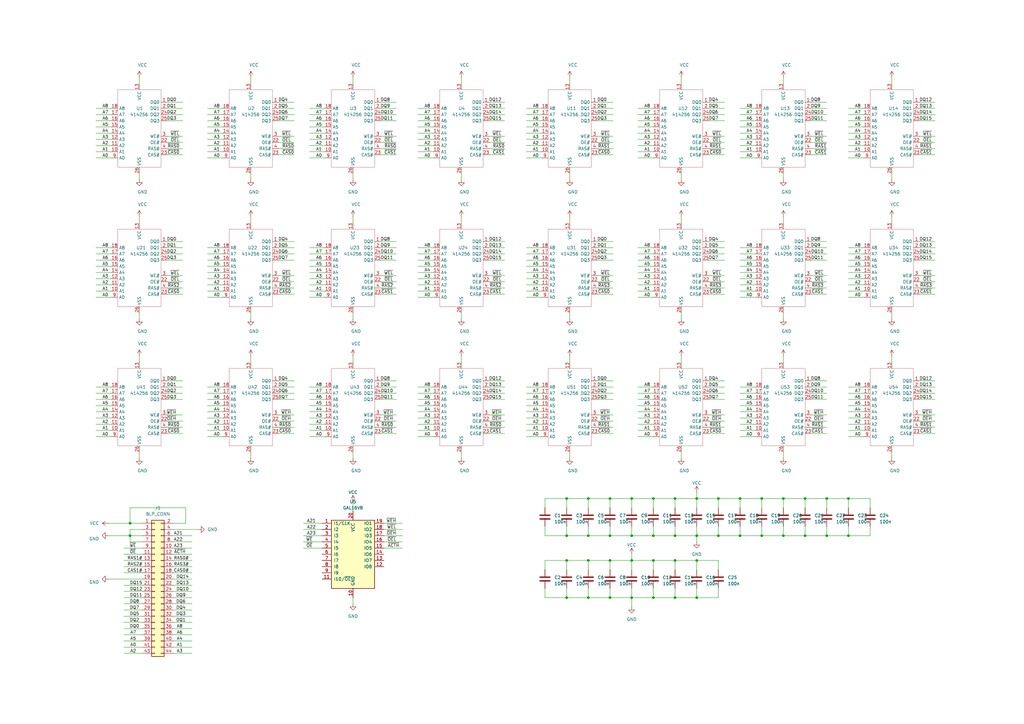
<source format=kicad_sch>
(kicad_sch (version 20211123) (generator eeschema)
  (paper "A3")
  (junction (at 53.34 219.71) (diameter 0.9144))
  (junction (at 294.64 219.71) (diameter 0.9144))
  (junction (at 321.31 204.47) (diameter 0.9144))
  (junction (at 285.75 204.47) (diameter 0.9144))
  (junction (at 232.41 229.87) (diameter 0.9144))
  (junction (at 232.41 219.71) (diameter 0.9144))
  (junction (at 347.98 219.71) (diameter 0.9144))
  (junction (at 303.53 219.71) (diameter 0.9144))
  (junction (at 267.97 219.71) (diameter 0.9144))
  (junction (at 276.86 204.47) (diameter 0.9144))
  (junction (at 241.3 229.87) (diameter 0.9144))
  (junction (at 259.08 245.11) (diameter 0.9144))
  (junction (at 276.86 219.71) (diameter 0.9144))
  (junction (at 312.42 204.47) (diameter 0.9144))
  (junction (at 321.31 219.71) (diameter 0.9144))
  (junction (at 330.2 219.71) (diameter 0.9144))
  (junction (at 267.97 229.87) (diameter 0.9144))
  (junction (at 259.08 219.71) (diameter 0.9144))
  (junction (at 285.75 229.87) (diameter 0.9144))
  (junction (at 267.97 204.47) (diameter 0.9144))
  (junction (at 259.08 229.87) (diameter 0.9144))
  (junction (at 276.86 245.11) (diameter 0.9144))
  (junction (at 312.42 219.71) (diameter 0.9144))
  (junction (at 241.3 219.71) (diameter 0.9144))
  (junction (at 285.75 245.11) (diameter 0.9144))
  (junction (at 250.19 229.87) (diameter 0.9144))
  (junction (at 330.2 204.47) (diameter 0.9144))
  (junction (at 339.09 219.71) (diameter 0.9144))
  (junction (at 250.19 245.11) (diameter 0.9144))
  (junction (at 250.19 204.47) (diameter 0.9144))
  (junction (at 339.09 204.47) (diameter 0.9144))
  (junction (at 347.98 204.47) (diameter 0.9144))
  (junction (at 285.75 219.71) (diameter 0.9144))
  (junction (at 53.34 214.63) (diameter 0.9144))
  (junction (at 232.41 204.47) (diameter 0.9144))
  (junction (at 276.86 229.87) (diameter 0.9144))
  (junction (at 259.08 204.47) (diameter 0.9144))
  (junction (at 232.41 245.11) (diameter 0.9144))
  (junction (at 250.19 219.71) (diameter 0.9144))
  (junction (at 294.64 204.47) (diameter 0.9144))
  (junction (at 303.53 204.47) (diameter 0.9144))
  (junction (at 241.3 245.11) (diameter 0.9144))
  (junction (at 267.97 245.11) (diameter 0.9144))
  (junction (at 241.3 204.47) (diameter 0.9144))
  (wire (pts (xy 114.3 177.8) (xy 120.65 177.8)))
  (wire (pts (xy 171.45 121.92) (xy 177.8 121.92)))
  (wire (pts (xy 241.3 204.47) (xy 241.3 208.28)))
  (wire (pts (xy 102.87 88.9) (xy 102.87 91.44)))
  (wire (pts (xy 144.78 88.9) (xy 144.78 91.44)))
  (wire (pts (xy 156.21 60.96) (xy 162.56 60.96)))
  (wire (pts (xy 215.9 176.53) (xy 222.25 176.53)))
  (wire (pts (xy 303.53 166.37) (xy 309.88 166.37)))
  (wire (pts (xy 50.8 250.19) (xy 58.42 250.19)))
  (wire (pts (xy 85.09 176.53) (xy 91.44 176.53)))
  (wire (pts (xy 114.3 106.68) (xy 120.65 106.68)))
  (wire (pts (xy 68.58 58.42) (xy 74.93 58.42)))
  (wire (pts (xy 276.86 204.47) (xy 276.86 208.28)))
  (wire (pts (xy 189.23 146.05) (xy 189.23 148.59)))
  (wire (pts (xy 223.52 204.47) (xy 232.41 204.47)))
  (wire (pts (xy 232.41 204.47) (xy 241.3 204.47)))
  (wire (pts (xy 241.3 204.47) (xy 250.19 204.47)))
  (wire (pts (xy 250.19 204.47) (xy 259.08 204.47)))
  (wire (pts (xy 259.08 204.47) (xy 267.97 204.47)))
  (wire (pts (xy 267.97 204.47) (xy 276.86 204.47)))
  (wire (pts (xy 276.86 204.47) (xy 285.75 204.47)))
  (wire (pts (xy 245.11 104.14) (xy 251.46 104.14)))
  (wire (pts (xy 303.53 163.83) (xy 309.88 163.83)))
  (wire (pts (xy 114.3 163.83) (xy 120.65 163.83)))
  (wire (pts (xy 290.83 101.6) (xy 297.18 101.6)))
  (wire (pts (xy 377.19 156.21) (xy 383.54 156.21)))
  (wire (pts (xy 171.45 54.61) (xy 177.8 54.61)))
  (wire (pts (xy 290.83 63.5) (xy 297.18 63.5)))
  (wire (pts (xy 267.97 229.87) (xy 267.97 233.68)))
  (wire (pts (xy 68.58 156.21) (xy 74.93 156.21)))
  (wire (pts (xy 156.21 115.57) (xy 162.56 115.57)))
  (wire (pts (xy 377.19 44.45) (xy 383.54 44.45)))
  (wire (pts (xy 377.19 170.18) (xy 383.54 170.18)))
  (wire (pts (xy 71.12 234.95) (xy 78.74 234.95)))
  (wire (pts (xy 114.3 46.99) (xy 120.65 46.99)))
  (wire (pts (xy 127 119.38) (xy 133.35 119.38)))
  (wire (pts (xy 303.53 114.3) (xy 309.88 114.3)))
  (wire (pts (xy 321.31 204.47) (xy 321.31 208.28)))
  (wire (pts (xy 261.62 116.84) (xy 267.97 116.84)))
  (wire (pts (xy 39.37 158.75) (xy 45.72 158.75)))
  (wire (pts (xy 290.83 58.42) (xy 297.18 58.42)))
  (wire (pts (xy 171.45 109.22) (xy 177.8 109.22)))
  (wire (pts (xy 85.09 166.37) (xy 91.44 166.37)))
  (wire (pts (xy 127 46.99) (xy 133.35 46.99)))
  (wire (pts (xy 39.37 166.37) (xy 45.72 166.37)))
  (wire (pts (xy 285.75 219.71) (xy 285.75 222.25)))
  (wire (pts (xy 102.87 128.27) (xy 102.87 130.81)))
  (wire (pts (xy 339.09 204.47) (xy 347.98 204.47)))
  (wire (pts (xy 200.66 104.14) (xy 207.01 104.14)))
  (wire (pts (xy 71.12 245.11) (xy 78.74 245.11)))
  (wire (pts (xy 39.37 52.07) (xy 45.72 52.07)))
  (wire (pts (xy 39.37 163.83) (xy 45.72 163.83)))
  (wire (pts (xy 68.58 101.6) (xy 74.93 101.6)))
  (wire (pts (xy 114.3 175.26) (xy 120.65 175.26)))
  (wire (pts (xy 261.62 104.14) (xy 267.97 104.14)))
  (wire (pts (xy 50.8 255.27) (xy 58.42 255.27)))
  (wire (pts (xy 44.45 219.71) (xy 53.34 219.71)))
  (wire (pts (xy 53.34 219.71) (xy 58.42 219.71)))
  (wire (pts (xy 279.4 185.42) (xy 279.4 187.96)))
  (wire (pts (xy 157.48 222.25) (xy 165.1 222.25)))
  (wire (pts (xy 200.66 101.6) (xy 207.01 101.6)))
  (wire (pts (xy 303.53 62.23) (xy 309.88 62.23)))
  (wire (pts (xy 303.53 215.9) (xy 303.53 219.71)))
  (wire (pts (xy 50.8 260.35) (xy 58.42 260.35)))
  (wire (pts (xy 321.31 88.9) (xy 321.31 91.44)))
  (wire (pts (xy 68.58 104.14) (xy 74.93 104.14)))
  (wire (pts (xy 245.11 58.42) (xy 251.46 58.42)))
  (wire (pts (xy 215.9 101.6) (xy 222.25 101.6)))
  (wire (pts (xy 156.21 113.03) (xy 162.56 113.03)))
  (wire (pts (xy 377.19 175.26) (xy 383.54 175.26)))
  (wire (pts (xy 53.34 217.17) (xy 53.34 219.71)))
  (wire (pts (xy 58.42 217.17) (xy 53.34 217.17)))
  (wire (pts (xy 261.62 163.83) (xy 267.97 163.83)))
  (wire (pts (xy 276.86 241.3) (xy 276.86 245.11)))
  (wire (pts (xy 127 111.76) (xy 133.35 111.76)))
  (wire (pts (xy 200.66 58.42) (xy 207.01 58.42)))
  (wire (pts (xy 85.09 101.6) (xy 91.44 101.6)))
  (wire (pts (xy 144.78 185.42) (xy 144.78 187.96)))
  (wire (pts (xy 332.74 99.06) (xy 339.09 99.06)))
  (wire (pts (xy 85.09 109.22) (xy 91.44 109.22)))
  (wire (pts (xy 303.53 106.68) (xy 309.88 106.68)))
  (wire (pts (xy 241.3 245.11) (xy 250.19 245.11)))
  (wire (pts (xy 85.09 44.45) (xy 91.44 44.45)))
  (wire (pts (xy 200.66 106.68) (xy 207.01 106.68)))
  (wire (pts (xy 114.3 161.29) (xy 120.65 161.29)))
  (wire (pts (xy 39.37 54.61) (xy 45.72 54.61)))
  (wire (pts (xy 347.98 49.53) (xy 354.33 49.53)))
  (wire (pts (xy 156.21 58.42) (xy 162.56 58.42)))
  (wire (pts (xy 114.3 115.57) (xy 120.65 115.57)))
  (wire (pts (xy 215.9 114.3) (xy 222.25 114.3)))
  (wire (pts (xy 71.12 222.25) (xy 78.74 222.25)))
  (wire (pts (xy 259.08 204.47) (xy 259.08 208.28)))
  (wire (pts (xy 261.62 49.53) (xy 267.97 49.53)))
  (wire (pts (xy 245.11 106.68) (xy 251.46 106.68)))
  (wire (pts (xy 114.3 156.21) (xy 120.65 156.21)))
  (wire (pts (xy 245.11 60.96) (xy 251.46 60.96)))
  (wire (pts (xy 171.45 179.07) (xy 177.8 179.07)))
  (wire (pts (xy 53.34 222.25) (xy 53.34 219.71)))
  (wire (pts (xy 58.42 222.25) (xy 53.34 222.25)))
  (wire (pts (xy 114.3 58.42) (xy 120.65 58.42)))
  (wire (pts (xy 290.83 158.75) (xy 297.18 158.75)))
  (wire (pts (xy 200.66 156.21) (xy 207.01 156.21)))
  (wire (pts (xy 365.76 31.75) (xy 365.76 34.29)))
  (wire (pts (xy 261.62 46.99) (xy 267.97 46.99)))
  (wire (pts (xy 332.74 44.45) (xy 339.09 44.45)))
  (wire (pts (xy 85.09 158.75) (xy 91.44 158.75)))
  (wire (pts (xy 44.45 214.63) (xy 53.34 214.63)))
  (wire (pts (xy 53.34 214.63) (xy 58.42 214.63)))
  (wire (pts (xy 102.87 146.05) (xy 102.87 148.59)))
  (wire (pts (xy 127 54.61) (xy 133.35 54.61)))
  (wire (pts (xy 39.37 49.53) (xy 45.72 49.53)))
  (wire (pts (xy 71.12 262.89) (xy 78.74 262.89)))
  (wire (pts (xy 171.45 59.69) (xy 177.8 59.69)))
  (wire (pts (xy 156.21 156.21) (xy 162.56 156.21)))
  (wire (pts (xy 261.62 119.38) (xy 267.97 119.38)))
  (wire (pts (xy 276.86 229.87) (xy 276.86 233.68)))
  (wire (pts (xy 156.21 46.99) (xy 162.56 46.99)))
  (wire (pts (xy 279.4 88.9) (xy 279.4 91.44)))
  (wire (pts (xy 39.37 106.68) (xy 45.72 106.68)))
  (wire (pts (xy 156.21 177.8) (xy 162.56 177.8)))
  (wire (pts (xy 85.09 114.3) (xy 91.44 114.3)))
  (wire (pts (xy 294.64 204.47) (xy 303.53 204.47)))
  (wire (pts (xy 114.3 44.45) (xy 120.65 44.45)))
  (wire (pts (xy 347.98 109.22) (xy 354.33 109.22)))
  (wire (pts (xy 50.8 257.81) (xy 58.42 257.81)))
  (wire (pts (xy 39.37 64.77) (xy 45.72 64.77)))
  (wire (pts (xy 85.09 119.38) (xy 91.44 119.38)))
  (wire (pts (xy 50.8 265.43) (xy 58.42 265.43)))
  (wire (pts (xy 290.83 104.14) (xy 297.18 104.14)))
  (wire (pts (xy 124.46 217.17) (xy 132.08 217.17)))
  (wire (pts (xy 215.9 46.99) (xy 222.25 46.99)))
  (wire (pts (xy 290.83 49.53) (xy 297.18 49.53)))
  (wire (pts (xy 156.21 44.45) (xy 162.56 44.45)))
  (wire (pts (xy 156.21 99.06) (xy 162.56 99.06)))
  (wire (pts (xy 156.21 163.83) (xy 162.56 163.83)))
  (wire (pts (xy 71.12 267.97) (xy 78.74 267.97)))
  (wire (pts (xy 156.21 101.6) (xy 162.56 101.6)))
  (wire (pts (xy 85.09 111.76) (xy 91.44 111.76)))
  (wire (pts (xy 85.09 49.53) (xy 91.44 49.53)))
  (wire (pts (xy 114.3 158.75) (xy 120.65 158.75)))
  (wire (pts (xy 171.45 171.45) (xy 177.8 171.45)))
  (wire (pts (xy 71.12 224.79) (xy 78.74 224.79)))
  (wire (pts (xy 245.11 113.03) (xy 251.46 113.03)))
  (wire (pts (xy 245.11 172.72) (xy 251.46 172.72)))
  (wire (pts (xy 250.19 229.87) (xy 259.08 229.87)))
  (wire (pts (xy 290.83 120.65) (xy 297.18 120.65)))
  (wire (pts (xy 330.2 215.9) (xy 330.2 219.71)))
  (wire (pts (xy 171.45 119.38) (xy 177.8 119.38)))
  (wire (pts (xy 39.37 116.84) (xy 45.72 116.84)))
  (wire (pts (xy 321.31 219.71) (xy 330.2 219.71)))
  (wire (pts (xy 171.45 111.76) (xy 177.8 111.76)))
  (wire (pts (xy 114.3 49.53) (xy 120.65 49.53)))
  (wire (pts (xy 200.66 60.96) (xy 207.01 60.96)))
  (wire (pts (xy 245.11 101.6) (xy 251.46 101.6)))
  (wire (pts (xy 261.62 54.61) (xy 267.97 54.61)))
  (wire (pts (xy 144.78 146.05) (xy 144.78 148.59)))
  (wire (pts (xy 200.66 170.18) (xy 207.01 170.18)))
  (wire (pts (xy 261.62 114.3) (xy 267.97 114.3)))
  (wire (pts (xy 124.46 224.79) (xy 132.08 224.79)))
  (wire (pts (xy 347.98 57.15) (xy 354.33 57.15)))
  (wire (pts (xy 215.9 121.92) (xy 222.25 121.92)))
  (wire (pts (xy 347.98 166.37) (xy 354.33 166.37)))
  (wire (pts (xy 39.37 101.6) (xy 45.72 101.6)))
  (wire (pts (xy 215.9 168.91) (xy 222.25 168.91)))
  (wire (pts (xy 261.62 111.76) (xy 267.97 111.76)))
  (wire (pts (xy 347.98 114.3) (xy 354.33 114.3)))
  (wire (pts (xy 245.11 63.5) (xy 251.46 63.5)))
  (wire (pts (xy 200.66 115.57) (xy 207.01 115.57)))
  (wire (pts (xy 377.19 115.57) (xy 383.54 115.57)))
  (wire (pts (xy 245.11 161.29) (xy 251.46 161.29)))
  (wire (pts (xy 294.64 241.3) (xy 294.64 245.11)))
  (wire (pts (xy 71.12 240.03) (xy 78.74 240.03)))
  (wire (pts (xy 50.8 224.79) (xy 58.42 224.79)))
  (wire (pts (xy 250.19 215.9) (xy 250.19 219.71)))
  (wire (pts (xy 156.21 49.53) (xy 162.56 49.53)))
  (wire (pts (xy 332.74 175.26) (xy 339.09 175.26)))
  (wire (pts (xy 330.2 204.47) (xy 339.09 204.47)))
  (wire (pts (xy 245.11 41.91) (xy 251.46 41.91)))
  (wire (pts (xy 285.75 241.3) (xy 285.75 245.11)))
  (wire (pts (xy 347.98 173.99) (xy 354.33 173.99)))
  (wire (pts (xy 127 109.22) (xy 133.35 109.22)))
  (wire (pts (xy 71.12 219.71) (xy 78.74 219.71)))
  (wire (pts (xy 171.45 104.14) (xy 177.8 104.14)))
  (wire (pts (xy 157.48 219.71) (xy 165.1 219.71)))
  (wire (pts (xy 321.31 71.12) (xy 321.31 73.66)))
  (wire (pts (xy 377.19 49.53) (xy 383.54 49.53)))
  (wire (pts (xy 377.19 163.83) (xy 383.54 163.83)))
  (wire (pts (xy 215.9 62.23) (xy 222.25 62.23)))
  (wire (pts (xy 144.78 205.74) (xy 144.78 209.55)))
  (wire (pts (xy 114.3 172.72) (xy 120.65 172.72)))
  (wire (pts (xy 71.12 260.35) (xy 78.74 260.35)))
  (wire (pts (xy 250.19 241.3) (xy 250.19 245.11)))
  (wire (pts (xy 347.98 106.68) (xy 354.33 106.68)))
  (wire (pts (xy 85.09 46.99) (xy 91.44 46.99)))
  (wire (pts (xy 127 171.45) (xy 133.35 171.45)))
  (wire (pts (xy 39.37 57.15) (xy 45.72 57.15)))
  (wire (pts (xy 223.52 245.11) (xy 232.41 245.11)))
  (wire (pts (xy 68.58 106.68) (xy 74.93 106.68)))
  (wire (pts (xy 85.09 59.69) (xy 91.44 59.69)))
  (wire (pts (xy 127 166.37) (xy 133.35 166.37)))
  (wire (pts (xy 347.98 171.45) (xy 354.33 171.45)))
  (wire (pts (xy 223.52 215.9) (xy 223.52 219.71)))
  (wire (pts (xy 223.52 204.47) (xy 223.52 208.28)))
  (wire (pts (xy 241.3 229.87) (xy 250.19 229.87)))
  (wire (pts (xy 290.83 60.96) (xy 297.18 60.96)))
  (wire (pts (xy 303.53 104.14) (xy 309.88 104.14)))
  (wire (pts (xy 332.74 158.75) (xy 339.09 158.75)))
  (wire (pts (xy 85.09 52.07) (xy 91.44 52.07)))
  (wire (pts (xy 261.62 166.37) (xy 267.97 166.37)))
  (wire (pts (xy 215.9 64.77) (xy 222.25 64.77)))
  (wire (pts (xy 294.64 229.87) (xy 294.64 233.68)))
  (wire (pts (xy 68.58 120.65) (xy 74.93 120.65)))
  (wire (pts (xy 377.19 55.88) (xy 383.54 55.88)))
  (wire (pts (xy 261.62 171.45) (xy 267.97 171.45)))
  (wire (pts (xy 303.53 49.53) (xy 309.88 49.53)))
  (wire (pts (xy 303.53 57.15) (xy 309.88 57.15)))
  (wire (pts (xy 279.4 146.05) (xy 279.4 148.59)))
  (wire (pts (xy 377.19 60.96) (xy 383.54 60.96)))
  (wire (pts (xy 68.58 55.88) (xy 74.93 55.88)))
  (wire (pts (xy 68.58 44.45) (xy 74.93 44.45)))
  (wire (pts (xy 261.62 57.15) (xy 267.97 57.15)))
  (wire (pts (xy 332.74 101.6) (xy 339.09 101.6)))
  (wire (pts (xy 303.53 176.53) (xy 309.88 176.53)))
  (wire (pts (xy 223.52 241.3) (xy 223.52 245.11)))
  (wire (pts (xy 332.74 113.03) (xy 339.09 113.03)))
  (wire (pts (xy 171.45 106.68) (xy 177.8 106.68)))
  (wire (pts (xy 200.66 158.75) (xy 207.01 158.75)))
  (wire (pts (xy 332.74 49.53) (xy 339.09 49.53)))
  (wire (pts (xy 127 106.68) (xy 133.35 106.68)))
  (wire (pts (xy 50.8 242.57) (xy 58.42 242.57)))
  (wire (pts (xy 261.62 179.07) (xy 267.97 179.07)))
  (wire (pts (xy 127 64.77) (xy 133.35 64.77)))
  (wire (pts (xy 124.46 214.63) (xy 132.08 214.63)))
  (wire (pts (xy 85.09 64.77) (xy 91.44 64.77)))
  (wire (pts (xy 285.75 245.11) (xy 294.64 245.11)))
  (wire (pts (xy 171.45 158.75) (xy 177.8 158.75)))
  (wire (pts (xy 156.21 41.91) (xy 162.56 41.91)))
  (wire (pts (xy 68.58 46.99) (xy 74.93 46.99)))
  (wire (pts (xy 57.15 128.27) (xy 57.15 130.81)))
  (wire (pts (xy 200.66 172.72) (xy 207.01 172.72)))
  (wire (pts (xy 156.21 120.65) (xy 162.56 120.65)))
  (wire (pts (xy 261.62 161.29) (xy 267.97 161.29)))
  (wire (pts (xy 267.97 245.11) (xy 276.86 245.11)))
  (wire (pts (xy 245.11 115.57) (xy 251.46 115.57)))
  (wire (pts (xy 127 52.07) (xy 133.35 52.07)))
  (wire (pts (xy 261.62 64.77) (xy 267.97 64.77)))
  (wire (pts (xy 189.23 88.9) (xy 189.23 91.44)))
  (wire (pts (xy 71.12 257.81) (xy 78.74 257.81)))
  (wire (pts (xy 50.8 240.03) (xy 58.42 240.03)))
  (wire (pts (xy 290.83 113.03) (xy 297.18 113.03)))
  (wire (pts (xy 200.66 49.53) (xy 207.01 49.53)))
  (wire (pts (xy 102.87 71.12) (xy 102.87 73.66)))
  (wire (pts (xy 245.11 156.21) (xy 251.46 156.21)))
  (wire (pts (xy 290.83 170.18) (xy 297.18 170.18)))
  (wire (pts (xy 144.78 71.12) (xy 144.78 73.66)))
  (wire (pts (xy 215.9 106.68) (xy 222.25 106.68)))
  (wire (pts (xy 377.19 161.29) (xy 383.54 161.29)))
  (wire (pts (xy 261.62 106.68) (xy 267.97 106.68)))
  (wire (pts (xy 347.98 101.6) (xy 354.33 101.6)))
  (wire (pts (xy 85.09 161.29) (xy 91.44 161.29)))
  (wire (pts (xy 233.68 185.42) (xy 233.68 187.96)))
  (wire (pts (xy 241.3 215.9) (xy 241.3 219.71)))
  (wire (pts (xy 347.98 44.45) (xy 354.33 44.45)))
  (wire (pts (xy 303.53 52.07) (xy 309.88 52.07)))
  (wire (pts (xy 347.98 52.07) (xy 354.33 52.07)))
  (wire (pts (xy 127 158.75) (xy 133.35 158.75)))
  (wire (pts (xy 290.83 177.8) (xy 297.18 177.8)))
  (wire (pts (xy 261.62 173.99) (xy 267.97 173.99)))
  (wire (pts (xy 332.74 55.88) (xy 339.09 55.88)))
  (wire (pts (xy 200.66 99.06) (xy 207.01 99.06)))
  (wire (pts (xy 171.45 163.83) (xy 177.8 163.83)))
  (wire (pts (xy 39.37 173.99) (xy 45.72 173.99)))
  (wire (pts (xy 259.08 227.33) (xy 259.08 229.87)))
  (wire (pts (xy 171.45 49.53) (xy 177.8 49.53)))
  (wire (pts (xy 259.08 229.87) (xy 267.97 229.87)))
  (wire (pts (xy 215.9 109.22) (xy 222.25 109.22)))
  (wire (pts (xy 303.53 121.92) (xy 309.88 121.92)))
  (wire (pts (xy 347.98 59.69) (xy 354.33 59.69)))
  (wire (pts (xy 223.52 229.87) (xy 232.41 229.87)))
  (wire (pts (xy 215.9 158.75) (xy 222.25 158.75)))
  (wire (pts (xy 303.53 179.07) (xy 309.88 179.07)))
  (wire (pts (xy 215.9 49.53) (xy 222.25 49.53)))
  (wire (pts (xy 157.48 224.79) (xy 165.1 224.79)))
  (wire (pts (xy 347.98 204.47) (xy 356.87 204.47)))
  (wire (pts (xy 71.12 217.17) (xy 81.28 217.17)))
  (wire (pts (xy 215.9 179.07) (xy 222.25 179.07)))
  (wire (pts (xy 200.66 177.8) (xy 207.01 177.8)))
  (wire (pts (xy 377.19 118.11) (xy 383.54 118.11)))
  (wire (pts (xy 156.21 63.5) (xy 162.56 63.5)))
  (wire (pts (xy 332.74 118.11) (xy 339.09 118.11)))
  (wire (pts (xy 377.19 104.14) (xy 383.54 104.14)))
  (wire (pts (xy 290.83 44.45) (xy 297.18 44.45)))
  (wire (pts (xy 276.86 215.9) (xy 276.86 219.71)))
  (wire (pts (xy 259.08 229.87) (xy 259.08 233.68)))
  (wire (pts (xy 347.98 119.38) (xy 354.33 119.38)))
  (wire (pts (xy 127 101.6) (xy 133.35 101.6)))
  (wire (pts (xy 127 168.91) (xy 133.35 168.91)))
  (wire (pts (xy 332.74 104.14) (xy 339.09 104.14)))
  (wire (pts (xy 39.37 168.91) (xy 45.72 168.91)))
  (wire (pts (xy 156.21 118.11) (xy 162.56 118.11)))
  (wire (pts (xy 290.83 118.11) (xy 297.18 118.11)))
  (wire (pts (xy 332.74 46.99) (xy 339.09 46.99)))
  (wire (pts (xy 215.9 104.14) (xy 222.25 104.14)))
  (wire (pts (xy 303.53 44.45) (xy 309.88 44.45)))
  (wire (pts (xy 245.11 118.11) (xy 251.46 118.11)))
  (wire (pts (xy 332.74 58.42) (xy 339.09 58.42)))
  (wire (pts (xy 332.74 60.96) (xy 339.09 60.96)))
  (wire (pts (xy 39.37 59.69) (xy 45.72 59.69)))
  (wire (pts (xy 347.98 161.29) (xy 354.33 161.29)))
  (wire (pts (xy 245.11 163.83) (xy 251.46 163.83)))
  (wire (pts (xy 347.98 64.77) (xy 354.33 64.77)))
  (wire (pts (xy 356.87 215.9) (xy 356.87 219.71)))
  (wire (pts (xy 50.8 247.65) (xy 58.42 247.65)))
  (wire (pts (xy 57.15 71.12) (xy 57.15 73.66)))
  (wire (pts (xy 377.19 63.5) (xy 383.54 63.5)))
  (wire (pts (xy 330.2 204.47) (xy 330.2 208.28)))
  (wire (pts (xy 232.41 204.47) (xy 232.41 208.28)))
  (wire (pts (xy 321.31 185.42) (xy 321.31 187.96)))
  (wire (pts (xy 85.09 106.68) (xy 91.44 106.68)))
  (wire (pts (xy 303.53 171.45) (xy 309.88 171.45)))
  (wire (pts (xy 114.3 170.18) (xy 120.65 170.18)))
  (wire (pts (xy 171.45 168.91) (xy 177.8 168.91)))
  (wire (pts (xy 312.42 204.47) (xy 321.31 204.47)))
  (wire (pts (xy 50.8 267.97) (xy 58.42 267.97)))
  (wire (pts (xy 223.52 219.71) (xy 232.41 219.71)))
  (wire (pts (xy 232.41 219.71) (xy 241.3 219.71)))
  (wire (pts (xy 241.3 219.71) (xy 250.19 219.71)))
  (wire (pts (xy 250.19 219.71) (xy 259.08 219.71)))
  (wire (pts (xy 259.08 219.71) (xy 267.97 219.71)))
  (wire (pts (xy 267.97 219.71) (xy 276.86 219.71)))
  (wire (pts (xy 276.86 219.71) (xy 285.75 219.71)))
  (wire (pts (xy 312.42 215.9) (xy 312.42 219.71)))
  (wire (pts (xy 267.97 229.87) (xy 276.86 229.87)))
  (wire (pts (xy 365.76 128.27) (xy 365.76 130.81)))
  (wire (pts (xy 261.62 176.53) (xy 267.97 176.53)))
  (wire (pts (xy 171.45 166.37) (xy 177.8 166.37)))
  (wire (pts (xy 332.74 161.29) (xy 339.09 161.29)))
  (wire (pts (xy 285.75 201.93) (xy 285.75 204.47)))
  (wire (pts (xy 347.98 158.75) (xy 354.33 158.75)))
  (wire (pts (xy 290.83 172.72) (xy 297.18 172.72)))
  (wire (pts (xy 68.58 115.57) (xy 74.93 115.57)))
  (wire (pts (xy 68.58 170.18) (xy 74.93 170.18)))
  (wire (pts (xy 71.12 250.19) (xy 78.74 250.19)))
  (wire (pts (xy 215.9 173.99) (xy 222.25 173.99)))
  (wire (pts (xy 276.86 229.87) (xy 285.75 229.87)))
  (wire (pts (xy 377.19 58.42) (xy 383.54 58.42)))
  (wire (pts (xy 347.98 116.84) (xy 354.33 116.84)))
  (wire (pts (xy 114.3 60.96) (xy 120.65 60.96)))
  (wire (pts (xy 171.45 52.07) (xy 177.8 52.07)))
  (wire (pts (xy 156.21 104.14) (xy 162.56 104.14)))
  (wire (pts (xy 68.58 161.29) (xy 74.93 161.29)))
  (wire (pts (xy 303.53 109.22) (xy 309.88 109.22)))
  (wire (pts (xy 71.12 247.65) (xy 78.74 247.65)))
  (wire (pts (xy 171.45 44.45) (xy 177.8 44.45)))
  (wire (pts (xy 85.09 104.14) (xy 91.44 104.14)))
  (wire (pts (xy 215.9 111.76) (xy 222.25 111.76)))
  (wire (pts (xy 245.11 46.99) (xy 251.46 46.99)))
  (wire (pts (xy 232.41 229.87) (xy 232.41 233.68)))
  (wire (pts (xy 290.83 115.57) (xy 297.18 115.57)))
  (wire (pts (xy 124.46 222.25) (xy 132.08 222.25)))
  (wire (pts (xy 85.09 179.07) (xy 91.44 179.07)))
  (wire (pts (xy 200.66 175.26) (xy 207.01 175.26)))
  (wire (pts (xy 39.37 109.22) (xy 45.72 109.22)))
  (wire (pts (xy 232.41 229.87) (xy 241.3 229.87)))
  (wire (pts (xy 303.53 111.76) (xy 309.88 111.76)))
  (wire (pts (xy 303.53 204.47) (xy 303.53 208.28)))
  (wire (pts (xy 347.98 104.14) (xy 354.33 104.14)))
  (wire (pts (xy 215.9 57.15) (xy 222.25 57.15)))
  (wire (pts (xy 39.37 119.38) (xy 45.72 119.38)))
  (wire (pts (xy 215.9 59.69) (xy 222.25 59.69)))
  (wire (pts (xy 68.58 60.96) (xy 74.93 60.96)))
  (wire (pts (xy 144.78 31.75) (xy 144.78 34.29)))
  (wire (pts (xy 279.4 31.75) (xy 279.4 34.29)))
  (wire (pts (xy 215.9 171.45) (xy 222.25 171.45)))
  (wire (pts (xy 332.74 170.18) (xy 339.09 170.18)))
  (wire (pts (xy 71.12 255.27) (xy 78.74 255.27)))
  (wire (pts (xy 332.74 172.72) (xy 339.09 172.72)))
  (wire (pts (xy 114.3 118.11) (xy 120.65 118.11)))
  (wire (pts (xy 57.15 31.75) (xy 57.15 34.29)))
  (wire (pts (xy 377.19 46.99) (xy 383.54 46.99)))
  (wire (pts (xy 321.31 215.9) (xy 321.31 219.71)))
  (wire (pts (xy 347.98 176.53) (xy 354.33 176.53)))
  (wire (pts (xy 200.66 113.03) (xy 207.01 113.03)))
  (wire (pts (xy 250.19 204.47) (xy 250.19 208.28)))
  (wire (pts (xy 321.31 204.47) (xy 330.2 204.47)))
  (wire (pts (xy 347.98 111.76) (xy 354.33 111.76)))
  (wire (pts (xy 39.37 114.3) (xy 45.72 114.3)))
  (wire (pts (xy 215.9 54.61) (xy 222.25 54.61)))
  (wire (pts (xy 232.41 215.9) (xy 232.41 219.71)))
  (wire (pts (xy 39.37 46.99) (xy 45.72 46.99)))
  (wire (pts (xy 85.09 163.83) (xy 91.44 163.83)))
  (wire (pts (xy 332.74 63.5) (xy 339.09 63.5)))
  (wire (pts (xy 245.11 49.53) (xy 251.46 49.53)))
  (wire (pts (xy 85.09 57.15) (xy 91.44 57.15)))
  (wire (pts (xy 200.66 63.5) (xy 207.01 63.5)))
  (wire (pts (xy 303.53 119.38) (xy 309.88 119.38)))
  (wire (pts (xy 39.37 104.14) (xy 45.72 104.14)))
  (wire (pts (xy 156.21 158.75) (xy 162.56 158.75)))
  (wire (pts (xy 261.62 52.07) (xy 267.97 52.07)))
  (wire (pts (xy 285.75 204.47) (xy 285.75 208.28)))
  (wire (pts (xy 68.58 41.91) (xy 74.93 41.91)))
  (wire (pts (xy 290.83 163.83) (xy 297.18 163.83)))
  (wire (pts (xy 330.2 219.71) (xy 339.09 219.71)))
  (wire (pts (xy 290.83 99.06) (xy 297.18 99.06)))
  (wire (pts (xy 156.21 170.18) (xy 162.56 170.18)))
  (wire (pts (xy 189.23 185.42) (xy 189.23 187.96)))
  (wire (pts (xy 290.83 55.88) (xy 297.18 55.88)))
  (wire (pts (xy 332.74 106.68) (xy 339.09 106.68)))
  (wire (pts (xy 57.15 88.9) (xy 57.15 91.44)))
  (wire (pts (xy 339.09 219.71) (xy 347.98 219.71)))
  (wire (pts (xy 114.3 101.6) (xy 120.65 101.6)))
  (wire (pts (xy 290.83 46.99) (xy 297.18 46.99)))
  (wire (pts (xy 321.31 146.05) (xy 321.31 148.59)))
  (wire (pts (xy 377.19 158.75) (xy 383.54 158.75)))
  (wire (pts (xy 144.78 245.11) (xy 144.78 247.65)))
  (wire (pts (xy 127 49.53) (xy 133.35 49.53)))
  (wire (pts (xy 200.66 120.65) (xy 207.01 120.65)))
  (wire (pts (xy 245.11 175.26) (xy 251.46 175.26)))
  (wire (pts (xy 85.09 171.45) (xy 91.44 171.45)))
  (wire (pts (xy 377.19 120.65) (xy 383.54 120.65)))
  (wire (pts (xy 259.08 245.11) (xy 267.97 245.11)))
  (wire (pts (xy 171.45 161.29) (xy 177.8 161.29)))
  (wire (pts (xy 303.53 204.47) (xy 312.42 204.47)))
  (wire (pts (xy 71.12 265.43) (xy 78.74 265.43)))
  (wire (pts (xy 347.98 121.92) (xy 354.33 121.92)))
  (wire (pts (xy 156.21 55.88) (xy 162.56 55.88)))
  (wire (pts (xy 50.8 252.73) (xy 58.42 252.73)))
  (wire (pts (xy 102.87 185.42) (xy 102.87 187.96)))
  (wire (pts (xy 53.34 208.28) (xy 76.2 208.28)))
  (wire (pts (xy 53.34 214.63) (xy 53.34 208.28)))
  (wire (pts (xy 76.2 208.28) (xy 76.2 214.63)))
  (wire (pts (xy 76.2 214.63) (xy 71.12 214.63)))
  (wire (pts (xy 290.83 175.26) (xy 297.18 175.26)))
  (wire (pts (xy 114.3 55.88) (xy 120.65 55.88)))
  (wire (pts (xy 50.8 234.95) (xy 58.42 234.95)))
  (wire (pts (xy 200.66 46.99) (xy 207.01 46.99)))
  (wire (pts (xy 114.3 113.03) (xy 120.65 113.03)))
  (wire (pts (xy 261.62 121.92) (xy 267.97 121.92)))
  (wire (pts (xy 68.58 118.11) (xy 74.93 118.11)))
  (wire (pts (xy 68.58 177.8) (xy 74.93 177.8)))
  (wire (pts (xy 114.3 63.5) (xy 120.65 63.5)))
  (wire (pts (xy 332.74 163.83) (xy 339.09 163.83)))
  (wire (pts (xy 303.53 168.91) (xy 309.88 168.91)))
  (wire (pts (xy 377.19 172.72) (xy 383.54 172.72)))
  (wire (pts (xy 267.97 215.9) (xy 267.97 219.71)))
  (wire (pts (xy 303.53 59.69) (xy 309.88 59.69)))
  (wire (pts (xy 200.66 118.11) (xy 207.01 118.11)))
  (wire (pts (xy 347.98 204.47) (xy 347.98 208.28)))
  (wire (pts (xy 171.45 46.99) (xy 177.8 46.99)))
  (wire (pts (xy 85.09 121.92) (xy 91.44 121.92)))
  (wire (pts (xy 259.08 245.11) (xy 259.08 248.92)))
  (wire (pts (xy 50.8 227.33) (xy 58.42 227.33)))
  (wire (pts (xy 245.11 158.75) (xy 251.46 158.75)))
  (wire (pts (xy 347.98 179.07) (xy 354.33 179.07)))
  (wire (pts (xy 71.12 237.49) (xy 78.74 237.49)))
  (wire (pts (xy 312.42 219.71) (xy 321.31 219.71)))
  (wire (pts (xy 114.3 99.06) (xy 120.65 99.06)))
  (wire (pts (xy 279.4 71.12) (xy 279.4 73.66)))
  (wire (pts (xy 39.37 176.53) (xy 45.72 176.53)))
  (wire (pts (xy 68.58 113.03) (xy 74.93 113.03)))
  (wire (pts (xy 356.87 204.47) (xy 356.87 208.28)))
  (wire (pts (xy 261.62 44.45) (xy 267.97 44.45)))
  (wire (pts (xy 321.31 31.75) (xy 321.31 34.29)))
  (wire (pts (xy 68.58 172.72) (xy 74.93 172.72)))
  (wire (pts (xy 127 163.83) (xy 133.35 163.83)))
  (wire (pts (xy 339.09 204.47) (xy 339.09 208.28)))
  (wire (pts (xy 303.53 116.84) (xy 309.88 116.84)))
  (wire (pts (xy 171.45 114.3) (xy 177.8 114.3)))
  (wire (pts (xy 71.12 252.73) (xy 78.74 252.73)))
  (wire (pts (xy 39.37 171.45) (xy 45.72 171.45)))
  (wire (pts (xy 261.62 158.75) (xy 267.97 158.75)))
  (wire (pts (xy 50.8 232.41) (xy 58.42 232.41)))
  (wire (pts (xy 267.97 204.47) (xy 267.97 208.28)))
  (wire (pts (xy 377.19 101.6) (xy 383.54 101.6)))
  (wire (pts (xy 332.74 41.91) (xy 339.09 41.91)))
  (wire (pts (xy 377.19 106.68) (xy 383.54 106.68)))
  (wire (pts (xy 241.3 241.3) (xy 241.3 245.11)))
  (wire (pts (xy 114.3 120.65) (xy 120.65 120.65)))
  (wire (pts (xy 71.12 229.87) (xy 78.74 229.87)))
  (wire (pts (xy 85.09 168.91) (xy 91.44 168.91)))
  (wire (pts (xy 259.08 241.3) (xy 259.08 245.11)))
  (wire (pts (xy 245.11 99.06) (xy 251.46 99.06)))
  (wire (pts (xy 245.11 120.65) (xy 251.46 120.65)))
  (wire (pts (xy 71.12 227.33) (xy 78.74 227.33)))
  (wire (pts (xy 250.19 229.87) (xy 250.19 233.68)))
  (wire (pts (xy 232.41 241.3) (xy 232.41 245.11)))
  (wire (pts (xy 312.42 204.47) (xy 312.42 208.28)))
  (wire (pts (xy 303.53 158.75) (xy 309.88 158.75)))
  (wire (pts (xy 303.53 219.71) (xy 312.42 219.71)))
  (wire (pts (xy 157.48 217.17) (xy 165.1 217.17)))
  (wire (pts (xy 285.75 215.9) (xy 285.75 219.71)))
  (wire (pts (xy 290.83 41.91) (xy 297.18 41.91)))
  (wire (pts (xy 215.9 116.84) (xy 222.25 116.84)))
  (wire (pts (xy 127 173.99) (xy 133.35 173.99)))
  (wire (pts (xy 200.66 55.88) (xy 207.01 55.88)))
  (wire (pts (xy 303.53 46.99) (xy 309.88 46.99)))
  (wire (pts (xy 232.41 245.11) (xy 241.3 245.11)))
  (wire (pts (xy 127 59.69) (xy 133.35 59.69)))
  (wire (pts (xy 294.64 204.47) (xy 294.64 208.28)))
  (wire (pts (xy 285.75 229.87) (xy 285.75 233.68)))
  (wire (pts (xy 215.9 163.83) (xy 222.25 163.83)))
  (wire (pts (xy 68.58 175.26) (xy 74.93 175.26)))
  (wire (pts (xy 114.3 41.91) (xy 120.65 41.91)))
  (wire (pts (xy 377.19 99.06) (xy 383.54 99.06)))
  (wire (pts (xy 71.12 232.41) (xy 78.74 232.41)))
  (wire (pts (xy 39.37 44.45) (xy 45.72 44.45)))
  (wire (pts (xy 127 116.84) (xy 133.35 116.84)))
  (wire (pts (xy 250.19 245.11) (xy 259.08 245.11)))
  (wire (pts (xy 50.8 262.89) (xy 58.42 262.89)))
  (wire (pts (xy 294.64 215.9) (xy 294.64 219.71)))
  (wire (pts (xy 245.11 44.45) (xy 251.46 44.45)))
  (wire (pts (xy 332.74 177.8) (xy 339.09 177.8)))
  (wire (pts (xy 365.76 71.12) (xy 365.76 73.66)))
  (wire (pts (xy 233.68 146.05) (xy 233.68 148.59)))
  (wire (pts (xy 347.98 54.61) (xy 354.33 54.61)))
  (wire (pts (xy 57.15 185.42) (xy 57.15 187.96)))
  (wire (pts (xy 303.53 64.77) (xy 309.88 64.77)))
  (wire (pts (xy 233.68 128.27) (xy 233.68 130.81)))
  (wire (pts (xy 245.11 170.18) (xy 251.46 170.18)))
  (wire (pts (xy 157.48 214.63) (xy 165.1 214.63)))
  (wire (pts (xy 245.11 177.8) (xy 251.46 177.8)))
  (wire (pts (xy 50.8 229.87) (xy 58.42 229.87)))
  (wire (pts (xy 85.09 54.61) (xy 91.44 54.61)))
  (wire (pts (xy 44.45 237.49) (xy 58.42 237.49)))
  (wire (pts (xy 127 62.23) (xy 133.35 62.23)))
  (wire (pts (xy 200.66 161.29) (xy 207.01 161.29)))
  (wire (pts (xy 261.62 101.6) (xy 267.97 101.6)))
  (wire (pts (xy 127 104.14) (xy 133.35 104.14)))
  (wire (pts (xy 347.98 219.71) (xy 356.87 219.71)))
  (wire (pts (xy 332.74 156.21) (xy 339.09 156.21)))
  (wire (pts (xy 285.75 219.71) (xy 294.64 219.71)))
  (wire (pts (xy 215.9 119.38) (xy 222.25 119.38)))
  (wire (pts (xy 347.98 168.91) (xy 354.33 168.91)))
  (wire (pts (xy 68.58 163.83) (xy 74.93 163.83)))
  (wire (pts (xy 127 114.3) (xy 133.35 114.3)))
  (wire (pts (xy 171.45 116.84) (xy 177.8 116.84)))
  (wire (pts (xy 144.78 128.27) (xy 144.78 130.81)))
  (wire (pts (xy 39.37 62.23) (xy 45.72 62.23)))
  (wire (pts (xy 233.68 31.75) (xy 233.68 34.29)))
  (wire (pts (xy 156.21 161.29) (xy 162.56 161.29)))
  (wire (pts (xy 233.68 71.12) (xy 233.68 73.66)))
  (wire (pts (xy 200.66 41.91) (xy 207.01 41.91)))
  (wire (pts (xy 215.9 166.37) (xy 222.25 166.37)))
  (wire (pts (xy 171.45 62.23) (xy 177.8 62.23)))
  (wire (pts (xy 303.53 54.61) (xy 309.88 54.61)))
  (wire (pts (xy 285.75 229.87) (xy 294.64 229.87)))
  (wire (pts (xy 189.23 128.27) (xy 189.23 130.81)))
  (wire (pts (xy 261.62 59.69) (xy 267.97 59.69)))
  (wire (pts (xy 347.98 215.9) (xy 347.98 219.71)))
  (wire (pts (xy 377.19 41.91) (xy 383.54 41.91)))
  (wire (pts (xy 377.19 113.03) (xy 383.54 113.03)))
  (wire (pts (xy 156.21 106.68) (xy 162.56 106.68)))
  (wire (pts (xy 377.19 177.8) (xy 383.54 177.8)))
  (wire (pts (xy 200.66 44.45) (xy 207.01 44.45)))
  (wire (pts (xy 127 121.92) (xy 133.35 121.92)))
  (wire (pts (xy 339.09 215.9) (xy 339.09 219.71)))
  (wire (pts (xy 57.15 146.05) (xy 57.15 148.59)))
  (wire (pts (xy 303.53 161.29) (xy 309.88 161.29)))
  (wire (pts (xy 303.53 173.99) (xy 309.88 173.99)))
  (wire (pts (xy 303.53 101.6) (xy 309.88 101.6)))
  (wire (pts (xy 171.45 173.99) (xy 177.8 173.99)))
  (wire (pts (xy 39.37 111.76) (xy 45.72 111.76)))
  (wire (pts (xy 233.68 88.9) (xy 233.68 91.44)))
  (wire (pts (xy 189.23 71.12) (xy 189.23 73.66)))
  (wire (pts (xy 68.58 63.5) (xy 74.93 63.5)))
  (wire (pts (xy 127 179.07) (xy 133.35 179.07)))
  (wire (pts (xy 156.21 175.26) (xy 162.56 175.26)))
  (wire (pts (xy 39.37 179.07) (xy 45.72 179.07)))
  (wire (pts (xy 215.9 161.29) (xy 222.25 161.29)))
  (wire (pts (xy 85.09 173.99) (xy 91.44 173.99)))
  (wire (pts (xy 85.09 116.84) (xy 91.44 116.84)))
  (wire (pts (xy 39.37 161.29) (xy 45.72 161.29)))
  (wire (pts (xy 332.74 115.57) (xy 339.09 115.57)))
  (wire (pts (xy 285.75 204.47) (xy 294.64 204.47)))
  (wire (pts (xy 261.62 168.91) (xy 267.97 168.91)))
  (wire (pts (xy 50.8 245.11) (xy 58.42 245.11)))
  (wire (pts (xy 215.9 44.45) (xy 222.25 44.45)))
  (wire (pts (xy 290.83 156.21) (xy 297.18 156.21)))
  (wire (pts (xy 290.83 161.29) (xy 297.18 161.29)))
  (wire (pts (xy 347.98 46.99) (xy 354.33 46.99)))
  (wire (pts (xy 365.76 185.42) (xy 365.76 187.96)))
  (wire (pts (xy 171.45 101.6) (xy 177.8 101.6)))
  (wire (pts (xy 245.11 55.88) (xy 251.46 55.88)))
  (wire (pts (xy 127 44.45) (xy 133.35 44.45)))
  (wire (pts (xy 259.08 215.9) (xy 259.08 219.71)))
  (wire (pts (xy 267.97 241.3) (xy 267.97 245.11)))
  (wire (pts (xy 68.58 99.06) (xy 74.93 99.06)))
  (wire (pts (xy 39.37 121.92) (xy 45.72 121.92)))
  (wire (pts (xy 321.31 128.27) (xy 321.31 130.81)))
  (wire (pts (xy 276.86 245.11) (xy 285.75 245.11)))
  (wire (pts (xy 241.3 229.87) (xy 241.3 233.68)))
  (wire (pts (xy 71.12 242.57) (xy 78.74 242.57)))
  (wire (pts (xy 200.66 163.83) (xy 207.01 163.83)))
  (wire (pts (xy 223.52 229.87) (xy 223.52 233.68)))
  (wire (pts (xy 68.58 158.75) (xy 74.93 158.75)))
  (wire (pts (xy 68.58 49.53) (xy 74.93 49.53)))
  (wire (pts (xy 127 176.53) (xy 133.35 176.53)))
  (wire (pts (xy 124.46 219.71) (xy 132.08 219.71)))
  (wire (pts (xy 261.62 62.23) (xy 267.97 62.23)))
  (wire (pts (xy 171.45 176.53) (xy 177.8 176.53)))
  (wire (pts (xy 127 57.15) (xy 133.35 57.15)))
  (wire (pts (xy 102.87 31.75) (xy 102.87 34.29)))
  (wire (pts (xy 85.09 62.23) (xy 91.44 62.23)))
  (wire (pts (xy 261.62 109.22) (xy 267.97 109.22)))
  (wire (pts (xy 365.76 88.9) (xy 365.76 91.44)))
  (wire (pts (xy 189.23 31.75) (xy 189.23 34.29)))
  (wire (pts (xy 156.21 172.72) (xy 162.56 172.72)))
  (wire (pts (xy 294.64 219.71) (xy 303.53 219.71)))
  (wire (pts (xy 290.83 106.68) (xy 297.18 106.68)))
  (wire (pts (xy 215.9 52.07) (xy 222.25 52.07)))
  (wire (pts (xy 347.98 163.83) (xy 354.33 163.83)))
  (wire (pts (xy 332.74 120.65) (xy 339.09 120.65)))
  (wire (pts (xy 114.3 104.14) (xy 120.65 104.14)))
  (wire (pts (xy 171.45 57.15) (xy 177.8 57.15)))
  (wire (pts (xy 365.76 146.05) (xy 365.76 148.59)))
  (wire (pts (xy 171.45 64.77) (xy 177.8 64.77)))
  (wire (pts (xy 279.4 128.27) (xy 279.4 130.81)))
  (wire (pts (xy 127 161.29) (xy 133.35 161.29)))
  (wire (pts (xy 347.98 62.23) (xy 354.33 62.23)))
  (label "A0" (at 176.53 121.92 180))
  (label "~{OEH}" (at 295.91 172.72 180))
  (label "A6" (at 132.08 49.53 180))
  (label "RAS3#" (at 77.47 232.41 180))
  (label "DQ14" (at 205.74 161.29 180))
  (label "A4" (at 308.61 111.76 180))
  (label "A3" (at 308.61 57.15 180))
  (label "DQ6" (at 76.2 247.65 180))
  (label "DQ13" (at 205.74 158.75 180))
  (label "DQ5" (at 118.11 101.6 180))
  (label "A1" (at 220.98 119.38 180))
  (label "~{RAS3}" (at 382.27 118.11 180))
  (label "A23" (at 129.54 219.71 180))
  (label "A0" (at 132.08 121.92 180))
  (label "A6" (at 176.53 106.68 180))
  (label "A3" (at 44.45 57.15 180))
  (label "A5" (at 90.17 109.22 180))
  (label "DQ11" (at 337.82 49.53 180))
  (label "A8" (at 353.06 44.45 180))
  (label "~{OEL}" (at 119.38 58.42 180))
  (label "~{WEL}" (at 161.29 113.03 180))
  (label "DQ2" (at 248.92 46.99 180))
  (label "A5" (at 132.08 109.22 180))
  (label "A0" (at 353.06 179.07 180))
  (label "DQ12" (at 382.27 156.21 180))
  (label "DQ2" (at 72.39 46.99 180))
  (label "A5" (at 176.53 166.37 180))
  (label "DQ7" (at 294.64 106.68 180))
  (label "A2" (at 220.98 173.99 180))
  (label "DQ5" (at 294.64 44.45 180))
  (label "A3" (at 308.61 171.45 180))
  (label "~{CAS0}" (at 295.91 63.5 180))
  (label "A8" (at 90.17 101.6 180))
  (label "DQ8" (at 336.55 41.91 180))
  (label "CAS0#" (at 77.47 234.95 180))
  (label "A5" (at 90.17 166.37 180))
  (label "A5" (at 90.17 52.07 180))
  (label "A6" (at 308.61 163.83 180))
  (label "A1" (at 308.61 119.38 180))
  (label "~{RAS1}" (at 295.91 60.96 180))
  (label "DQ12" (at 205.74 99.06 180))
  (label "DQ12" (at 58.42 242.57 180))
  (label "DQ1" (at 248.92 158.75 180))
  (label "~{RAS1}" (at 250.19 60.96 180))
  (label "A8" (at 220.98 101.6 180))
  (label "A7" (at 266.7 104.14 180))
  (label "~{CAS1}" (at 205.74 120.65 180))
  (label "A7" (at 90.17 46.99 180))
  (label "~{WEL}" (at 250.19 55.88 180))
  (label "~{CAS1}" (at 337.82 177.8 180))
  (label "A7" (at 176.53 161.29 180))
  (label "A7" (at 176.53 104.14 180))
  (label "A4" (at 220.98 111.76 180))
  (label "DQ5" (at 294.64 158.75 180))
  (label "A6" (at 74.93 260.35 180))
  (label "~{WEL}" (at 161.29 55.88 180))
  (label "~{WEL}" (at 295.91 113.03 180))
  (label "RAS1#" (at 58.42 229.87 180))
  (label "DQ7" (at 118.11 106.68 180))
  (label "A7" (at 90.17 104.14 180))
  (label "A5" (at 308.61 109.22 180))
  (label "DQ7" (at 294.64 163.83 180))
  (label "DQ5" (at 118.11 44.45 180))
  (label "A0" (at 176.53 179.07 180))
  (label "~{RAS0}" (at 205.74 175.26 180))
  (label "A1" (at 132.08 119.38 180))
  (label "A5" (at 44.45 52.07 180))
  (label "A1" (at 176.53 119.38 180))
  (label "DQ14" (at 205.74 46.99 180))
  (label "A3" (at 44.45 171.45 180))
  (label "DQ11" (at 58.42 245.11 180))
  (label "A0" (at 220.98 179.07 180))
  (label "A2" (at 132.08 116.84 180))
  (label "A4" (at 353.06 111.76 180))
  (label "A3" (at 266.7 114.3 180))
  (label "~{WEH}" (at 72.39 170.18 180))
  (label "A0" (at 55.88 265.43 180))
  (label "~{OEL}" (at 295.91 58.42 180))
  (label "~{CAS1}" (at 382.27 177.8 180))
  (label "DQ2" (at 248.92 161.29 180))
  (label "A3" (at 266.7 57.15 180))
  (label "DQ1" (at 76.2 255.27 180))
  (label "A1" (at 266.7 119.38 180))
  (label "A5" (at 220.98 166.37 180))
  (label "~{CAS1}" (at 339.09 63.5 180))
  (label "~{CAS1}" (at 205.74 177.8 180))
  (label "DQ7" (at 294.64 49.53 180))
  (label "~{OEL}" (at 295.91 115.57 180))
  (label "DQ4" (at 294.64 41.91 180))
  (label "A8" (at 132.08 101.6 180))
  (label "A3" (at 176.53 114.3 180))
  (label "A3" (at 132.08 171.45 180))
  (label "~{WEL}" (at 337.82 55.88 180))
  (label "A0" (at 266.7 64.77 180))
  (label "DQ8" (at 160.02 41.91 180))
  (label "~{WEL}" (at 73.66 113.03 180))
  (label "~{OE}" (at 55.88 227.33 180))
  (label "DQ7" (at 57.15 250.19 180))
  (label "A4" (at 176.53 111.76 180))
  (label "DQ11" (at 161.29 49.53 180))
  (label "A1" (at 44.45 62.23 180))
  (label "A4" (at 266.7 111.76 180))
  (label "A1" (at 220.98 176.53 180))
  (label "A0" (at 220.98 121.92 180))
  (label "DQ10" (at 77.47 242.57 180))
  (label "DQ13" (at 205.74 101.6 180))
  (label "A1" (at 353.06 176.53 180))
  (label "A5" (at 266.7 52.07 180))
  (label "A6" (at 308.61 106.68 180))
  (label "DQ15" (at 58.42 240.03 180))
  (label "~{RAS1}" (at 250.19 175.26 180))
  (label "A5" (at 353.06 166.37 180))
  (label "A0" (at 44.45 64.77 180))
  (label "A4" (at 132.08 54.61 180))
  (label "~{OEL}" (at 162.56 222.25 180))
  (label "RAS0#" (at 77.47 229.87 180))
  (label "~{WEH}" (at 382.27 170.18 180))
  (label "~{RAS0}" (at 73.66 60.96 180))
  (label "~{CAS0}" (at 250.19 63.5 180))
  (label "~{OEH}" (at 72.39 172.72 180))
  (label "A3" (at 132.08 57.15 180))
  (label "A4" (at 74.93 262.89 180))
  (label "DQ13" (at 205.74 44.45 180))
  (label "~{RAS3}" (at 337.82 118.11 180))
  (label "~{OEH}" (at 382.27 172.72 180))
  (label "A6" (at 44.45 163.83 180))
  (label "A6" (at 176.53 49.53 180))
  (label "A2" (at 44.45 173.99 180))
  (label "~{CAS0}" (at 120.65 63.5 180))
  (label "A4" (at 132.08 111.76 180))
  (label "DQ10" (at 337.82 161.29 180))
  (label "A5" (at 353.06 109.22 180))
  (label "~{OEH}" (at 337.82 172.72 180))
  (label "A6" (at 353.06 49.53 180))
  (label "A6" (at 266.7 163.83 180))
  (label "A5" (at 308.61 166.37 180))
  (label "A1" (at 308.61 62.23 180))
  (label "A5" (at 353.06 52.07 180))
  (label "~{CAS1}" (at 337.82 120.65 180))
  (label "~{WEL}" (at 73.66 55.88 180))
  (label "A2" (at 55.88 267.97 180))
  (label "A0" (at 90.17 64.77 180))
  (label "~{OEL}" (at 382.27 58.42 180))
  (label "~{CAS0}" (at 73.66 120.65 180))
  (label "A7" (at 353.06 46.99 180))
  (label "~{WEL}" (at 337.82 113.03 180))
  (label "~{CAS1}" (at 382.27 120.65 180))
  (label "DQ10" (at 337.82 46.99 180))
  (label "A7" (at 132.08 161.29 180))
  (label "DQ0" (at 72.39 156.21 180))
  (label "A1" (at 132.08 176.53 180))
  (label "DQ9" (at 336.55 44.45 180))
  (label "A4" (at 266.7 54.61 180))
  (label "A4" (at 132.08 168.91 180))
  (label "A6" (at 90.17 106.68 180))
  (label "DQ4" (at 294.64 99.06 180))
  (label "~{OEL}" (at 382.27 115.57 180))
  (label "A3" (at 220.98 114.3 180))
  (label "A7" (at 132.08 104.14 180))
  (label "A8" (at 353.06 101.6 180))
  (label "DQ15" (at 205.74 49.53 180))
  (label "~{WEL}" (at 119.38 113.03 180))
  (label "A4" (at 308.61 168.91 180))
  (label "A8" (at 90.17 158.75 180))
  (label "~{RAS0}" (at 120.65 60.96 180))
  (label "A21" (at 129.54 214.63 180))
  (label "DQ11" (at 161.29 106.68 180))
  (label "~{RAS1}" (at 295.91 175.26 180))
  (label "A6" (at 44.45 106.68 180))
  (label "~{ACTH}" (at 163.83 224.79 180))
  (label "A2" (at 90.17 116.84 180))
  (label "A1" (at 266.7 176.53 180))
  (label "DQ13" (at 77.47 240.03 180))
  (label "A1" (at 90.17 119.38 180))
  (label "DQ6" (at 118.11 161.29 180))
  (label "DQ4" (at 294.64 156.21 180))
  (label "A5" (at 176.53 109.22 180))
  (label "A4" (at 90.17 54.61 180))
  (label "A7" (at 44.45 46.99 180))
  (label "A8" (at 308.61 44.45 180))
  (label "DQ12" (at 382.27 41.91 180))
  (label "A4" (at 176.53 168.91 180))
  (label "A2" (at 176.53 59.69 180))
  (label "DQ9" (at 76.2 245.11 180))
  (label "A8" (at 176.53 44.45 180))
  (label "A1" (at 44.45 119.38 180))
  (label "A1" (at 220.98 62.23 180))
  (label "A8" (at 266.7 101.6 180))
  (label "~{WEH}" (at 162.56 214.63 180))
  (label "A6" (at 220.98 106.68 180))
  (label "~{OEH}" (at 205.74 172.72 180))
  (label "A0" (at 132.08 64.77 180))
  (label "~{CAS1}" (at 162.56 63.5 180))
  (label "A6" (at 90.17 163.83 180))
  (label "A3" (at 44.45 114.3 180))
  (label "A1" (at 44.45 176.53 180))
  (label "A0" (at 353.06 64.77 180))
  (label "A8" (at 308.61 101.6 180))
  (label "~{RAS0}" (at 207.01 60.96 180))
  (label "A3" (at 176.53 171.45 180))
  (label "A2" (at 176.53 116.84 180))
  (label "~{RAS0}" (at 162.56 60.96 180))
  (label "DQ9" (at 160.02 101.6 180))
  (label "DQ10" (at 161.29 104.14 180))
  (label "DQ3" (at 72.39 106.68 180))
  (label "A7" (at 353.06 104.14 180))
  (label "~{RAS2}" (at 205.74 118.11 180))
  (label "A4" (at 353.06 54.61 180))
  (label "A0" (at 90.17 179.07 180))
  (label "A8" (at 176.53 101.6 180))
  (label "~{WEL}" (at 382.27 113.03 180))
  (label "A7" (at 220.98 46.99 180))
  (label "DQ4" (at 118.11 99.06 180))
  (label "~{WEH}" (at 337.82 170.18 180))
  (label "A6" (at 220.98 49.53 180))
  (label "A7" (at 55.88 260.35 180))
  (label "A3" (at 90.17 171.45 180))
  (label "~{OEL}" (at 337.82 58.42 180))
  (label "A4" (at 44.45 168.91 180))
  (label "~{OEL}" (at 161.29 58.42 180))
  (label "A3" (at 132.08 114.3 180))
  (label "A1" (at 132.08 62.23 180))
  (label "A4" (at 266.7 168.91 180))
  (label "DQ12" (at 205.74 156.21 180))
  (label "DQ9" (at 160.02 44.45 180))
  (label "DQ4" (at 76.2 250.19 180))
  (label "DQ0" (at 72.39 41.91 180))
  (label "~{OEL}" (at 119.38 115.57 180))
  (label "DQ8" (at 336.55 99.06 180))
  (label "DQ7" (at 118.11 49.53 180))
  (label "A1" (at 308.61 176.53 180))
  (label "A1" (at 74.93 265.43 180))
  (label "A2" (at 132.08 173.99 180))
  (label "DQ8" (at 160.02 99.06 180))
  (label "A5" (at 44.45 109.22 180))
  (label "~{WEL}" (at 295.91 55.88 180))
  (label "~{WEH}" (at 295.91 170.18 180))
  (label "A2" (at 308.61 173.99 180))
  (label "A2" (at 266.7 59.69 180))
  (label "A21" (at 74.93 219.71 180))
  (label "A8" (at 74.93 257.81 180))
  (label "~{CAS0}" (at 295.91 177.8 180))
  (label "DQ11" (at 337.82 163.83 180))
  (label "~{OEL}" (at 205.74 58.42 180))
  (label "~{OEL}" (at 73.66 115.57 180))
  (label "A1" (at 353.06 62.23 180))
  (label "A2" (at 266.7 173.99 180))
  (label "DQ9" (at 336.55 101.6 180))
  (label "A7" (at 176.53 46.99 180))
  (label "A4" (at 90.17 168.91 180))
  (label "A5" (at 266.7 166.37 180))
  (label "A5" (at 132.08 166.37 180))
  (label "~{OEL}" (at 250.19 115.57 180))
  (label "~{CAS0}" (at 250.19 120.65 180))
  (label "DQ5" (at 57.15 252.73 180))
  (label "A7" (at 44.45 104.14 180))
  (label "A1" (at 353.06 119.38 180))
  (label "A5" (at 308.61 52.07 180))
  (label "A0" (at 308.61 64.77 180))
  (label "~{WEL}" (at 162.56 217.17 180))
  (label "DQ10" (at 337.82 104.14 180))
  (label "A5" (at 176.53 52.07 180))
  (label "A3" (at 74.93 267.97 180))
  (label "~{CAS1}" (at 207.01 63.5 180))
  (label "DQ8" (at 160.02 156.21 180))
  (label "DQ4" (at 118.11 41.91 180))
  (label "~{OEL}" (at 161.29 115.57 180))
  (label "A7" (at 308.61 161.29 180))
  (label "~{CAS0}" (at 119.38 120.65 180))
  (label "A0" (at 266.7 121.92 180))
  (label "DQ1" (at 72.39 158.75 180))
  (label "A1" (at 176.53 176.53 180))
  (label "~{RAS2}" (at 73.66 118.11 180))
  (label "~{WE}" (at 128.27 222.25 180))
  (label "DQ9" (at 160.02 158.75 180))
  (label "A4" (at 220.98 54.61 180))
  (label "CAS1#" (at 58.42 234.95 180))
  (label "~{RAS3}" (at 295.91 118.11 180))
  (label "DQ3" (at 72.39 49.53 180))
  (label "~{OEL}" (at 337.82 115.57 180))
  (label "DQ3" (at 248.92 163.83 180))
  (label "A0" (at 308.61 179.07 180))
  (label "DQ2" (at 72.39 104.14 180))
  (label "A3" (at 90.17 114.3 180))
  (label "A0" (at 220.98 64.77 180))
  (label "DQ2" (at 248.92 104.14 180))
  (label "A4" (at 353.06 168.91 180))
  (label "A2" (at 308.61 59.69 180))
  (label "A0" (at 90.17 121.92 180))
  (label "DQ0" (at 72.39 99.06 180))
  (label "DQ0" (at 248.92 41.91 180))
  (label "~{WE}" (at 55.88 224.79 180))
  (label "DQ10" (at 161.29 46.99 180))
  (label "A0" (at 132.08 179.07 180))
  (label "A0" (at 353.06 121.92 180))
  (label "A1" (at 90.17 62.23 180))
  (label "~{RAS0}" (at 73.66 175.26 180))
  (label "A8" (at 44.45 101.6 180))
  (label "DQ12" (at 382.27 99.06 180))
  (label "A8" (at 266.7 44.45 180))
  (label "~{RAS2}" (at 161.29 118.11 180))
  (label "A1" (at 266.7 62.23 180))
  (label "A6" (at 353.06 163.83 180))
  (label "~{CAS0}" (at 250.19 177.8 180))
  (label "~{WEL}" (at 205.74 113.03 180))
  (label "A8" (at 132.08 44.45 180))
  (label "DQ5" (at 118.11 158.75 180))
  (label "DQ9" (at 336.55 158.75 180))
  (label "A8" (at 266.7 158.75 180))
  (label "DQ13" (at 382.27 44.45 180))
  (label "A7" (at 308.61 104.14 180))
  (label "A22" (at 74.93 222.25 180))
  (label "DQ0" (at 248.92 156.21 180))
  (label "A8" (at 220.98 158.75 180))
  (label "~{CAS0}" (at 295.91 120.65 180))
  (label "A7" (at 132.08 46.99 180))
  (label "A3" (at 220.98 171.45 180))
  (label "DQ6" (at 294.64 46.99 180))
  (label "DQ15" (at 205.74 163.83 180))
  (label "~{OEL}" (at 250.19 58.42 180))
  (label "DQ15" (at 382.27 106.68 180))
  (label "~{RAS2}" (at 119.38 118.11 180))
  (label "A7" (at 220.98 104.14 180))
  (label "~{OEH}" (at 162.56 219.71 180))
  (label "~{WEL}" (at 119.38 55.88 180))
  (label "A4" (at 44.45 54.61 180))
  (label "DQ6" (at 118.11 104.14 180))
  (label "DQ14" (at 382.27 104.14 180))
  (label "DQ11" (at 337.82 106.68 180))
  (label "DQ2" (at 57.15 255.27 180))
  (label "A3" (at 353.06 114.3 180))
  (label "DQ13" (at 382.27 101.6 180))
  (label "A6" (at 353.06 106.68 180))
  (label "~{WEL}" (at 250.19 113.03 180))
  (label "A8" (at 44.45 158.75 180))
  (label "DQ6" (at 294.64 104.14 180))
  (label "A1" (at 176.53 62.23 180))
  (label "DQ1" (at 72.39 44.45 180))
  (label "A23" (at 74.93 224.79 180))
  (label "DQ13" (at 382.27 158.75 180))
  (label "~{WEH}" (at 205.74 170.18 180))
  (label "DQ15" (at 382.27 49.53 180))
  (label "DQ8" (at 57.15 247.65 180))
  (label "A8" (at 308.61 158.75 180))
  (label "DQ1" (at 248.92 101.6 180))
  (label "DQ3" (at 248.92 49.53 180))
  (label "DQ10" (at 161.29 161.29 180))
  (label "A4" (at 176.53 54.61 180))
  (label "~{OEH}" (at 250.19 172.72 180))
  (label "A4" (at 44.45 111.76 180))
  (label "~{CAS0}" (at 73.66 177.8 180))
  (label "DQ6" (at 294.64 161.29 180))
  (label "A0" (at 308.61 121.92 180))
  (label "~{CAS1}" (at 161.29 120.65 180))
  (label "A6" (at 266.7 106.68 180))
  (label "A2" (at 132.08 59.69 180))
  (label "~{WEL}" (at 205.74 55.88 180))
  (label "A6" (at 90.17 49.53 180))
  (label "~{WEH}" (at 250.19 170.18 180))
  (label "DQ15" (at 382.27 163.83 180))
  (label "A6" (at 308.61 49.53 180))
  (label "A3" (at 90.17 57.15 180))
  (label "A8" (at 220.98 44.45 180))
  (label "A2" (at 90.17 173.99 180))
  (label "~{CAS0}" (at 119.38 177.8 180))
  (label "DQ3" (at 76.2 252.73 180))
  (label "A8" (at 353.06 158.75 180))
  (label "A3" (at 176.53 57.15 180))
  (label "DQ14" (at 205.74 104.14 180))
  (label "~{RAS1}" (at 337.82 175.26 180))
  (label "DQ7" (at 118.11 163.83 180))
  (label "A2" (at 176.53 173.99 180))
  (label "DQ3" (at 248.92 106.68 180))
  (label "~{WEH}" (at 119.38 170.18 180))
  (label "A7" (at 353.06 161.29 180))
  (label "A5" (at 220.98 109.22 180))
  (label "A7" (at 90.17 161.29 180))
  (label "~{RAS1}" (at 382.27 60.96 180))
  (label "A0" (at 44.45 179.07 180))
  (label "DQ8" (at 336.55 156.21 180))
  (label "DQ4" (at 118.11 156.21 180))
  (label "DQ3" (at 72.39 163.83 180))
  (label "A2" (at 44.45 59.69 180))
  (label "A3" (at 266.7 171.45 180))
  (label "A7" (at 44.45 161.29 180))
  (label "A2" (at 353.06 116.84 180))
  (label "A1" (at 90.17 176.53 180))
  (label "A7" (at 266.7 161.29 180))
  (label "A8" (at 90.17 44.45 180))
  (label "DQ15" (at 205.74 106.68 180))
  (label "~{RAS1}" (at 339.09 60.96 180))
  (label "~{ACTH}" (at 76.2 227.33 180))
  (label "A0" (at 44.45 121.92 180))
  (label "DQ12" (at 205.74 41.91 180))
  (label "~{RAS0}" (at 161.29 175.26 180))
  (label "A3" (at 353.06 57.15 180))
  (label "A5" (at 44.45 166.37 180))
  (label "A2" (at 44.45 116.84 180))
  (label "DQ6" (at 118.11 46.99 180))
  (label "A6" (at 132.08 163.83 180))
  (label "A2" (at 220.98 116.84 180))
  (label "A5" (at 266.7 109.22 180))
  (label "A2" (at 353.06 59.69 180))
  (label "~{WEL}" (at 382.27 55.88 180))
  (label "A6" (at 176.53 163.83 180))
  (label "A7" (at 220.98 161.29 180))
  (label "A7" (at 266.7 46.99 180))
  (label "RAS2#" (at 58.42 232.41 180))
  (label "~{OEH}" (at 119.38 172.72 180))
  (label "A8" (at 132.08 158.75 180))
  (label "A5" (at 55.88 262.89 180))
  (label "A2" (at 266.7 116.84 180))
  (label "A2" (at 353.06 173.99 180))
  (label "A2" (at 220.98 59.69 180))
  (label "~{OEH}" (at 161.29 172.72 180))
  (label "A4" (at 308.61 54.61 180))
  (label "A0" (at 266.7 179.07 180))
  (label "~{RAS1}" (at 382.27 175.26 180))
  (label "~{WEH}" (at 161.29 170.18 180))
  (label "A2" (at 90.17 59.69 180))
  (label "DQ2" (at 72.39 161.29 180))
  (label "A6" (at 220.98 163.83 180))
  (label "~{OEL}" (at 73.66 58.42 180))
  (label "A8" (at 176.53 158.75 180))
  (label "A0" (at 176.53 64.77 180))
  (label "A5" (at 220.98 52.07 180))
  (label "~{CAS0}" (at 73.66 63.5 180))
  (label "A3" (at 220.98 57.15 180))
  (label "A6" (at 44.45 49.53 180))
  (label "DQ5" (at 294.64 101.6 180))
  (label "DQ14" (at 382.27 46.99 180))
  (label "A4" (at 220.98 168.91 180))
  (label "DQ11" (at 161.29 163.83 180))
  (label "DQ0" (at 248.92 99.06 180))
  (label "A3" (at 308.61 114.3 180))
  (label "~{OEL}" (at 205.74 115.57 180))
  (label "A4" (at 90.17 111.76 180))
  (label "~{CAS1}" (at 161.29 177.8 180))
  (label "DQ1" (at 248.92 44.45 180))
  (label "A8" (at 44.45 44.45 180))
  (label "~{RAS0}" (at 119.38 175.26 180))
  (label "A6" (at 266.7 49.53 180))
  (label "A22" (at 129.54 217.17 180))
  (label "A3" (at 353.06 171.45 180))
  (label "A5" (at 132.08 52.07 180))
  (label "DQ0" (at 57.15 257.81 180))
  (label "~{OE}" (at 128.27 224.79 180))
  (label "DQ1" (at 72.39 101.6 180))
  (label "A7" (at 308.61 46.99 180))
  (label "A2" (at 308.61 116.84 180))
  (label "A6" (at 132.08 106.68 180))
  (label "~{RAS3}" (at 250.19 118.11 180))
  (label "DQ14" (at 382.27 161.29 180))
  (label "DQ14" (at 77.47 237.49 180))
  (label "~{CAS1}" (at 382.27 63.5 180))
  (symbol (lib_id "power:GND") (at 259.08 248.92 0) (unit 1)
    (property "Reference" "#PWR05" (effects hide))
    (property "Value" "GND" (at 259.08 254 0))
  )
  (symbol (lib_id "power:GND") (at 279.4 130.81 0) (unit 1)
    (property "Reference" "#PWR0121" (effects hide))
    (property "Value" "GND" (at 280.67 135.89 0))
  )
  (symbol (lib_id "ram:414256") (at 57.15 46.99 0) (unit 1)
    (property "Reference" "U1" (at 55.88 44.45 0) (effects (justify left)))
    (property "Value" "414256" (at 53.34 46.99 0) (effects (justify left)))
    (property "Footprint" "soj20:SOJ-20" (effects hide))
  )
  (symbol (lib_id "power:GND") (at 321.31 130.81 0) (unit 1)
    (property "Reference" "#PWR09" (effects hide))
    (property "Value" "GND" (at 322.58 135.89 0))
  )
  (symbol (lib_id "power:GND") (at 279.4 187.96 0) (unit 1)
    (property "Reference" "#PWR0122" (effects hide))
    (property "Value" "GND" (at 280.67 193.04 0))
  )
  (symbol (lib_id "Device:C") (at 259.08 237.49 0) (unit 1)
    (property "Reference" "C10" (at 262.89 236.8549 0) (effects (justify left)))
    (property "Value" "100n" (at 262.89 239.3949 0) (effects (justify left)))
    (property "Footprint" "Capacitor_SMD:C_0603_1608Metric" (effects hide))
  )
  (symbol (lib_id "power:GND") (at 189.23 187.96 0) (unit 1)
    (property "Reference" "#PWR0117" (effects hide))
    (property "Value" "GND" (at 190.5 193.04 0))
  )
  (symbol (lib_id "power:VCC") (at 57.15 88.9 0) (unit 1)
    (property "Reference" "#PWR0129" (effects hide))
    (property "Value" "VCC" (at 58.42 83.82 0))
  )
  (symbol (lib_id "ram:414256") (at 57.15 161.29 0) (unit 1)
    (property "Reference" "U41" (at 55.88 158.75 0) (effects (justify left)))
    (property "Value" "414256" (at 53.34 161.29 0) (effects (justify left)))
    (property "Footprint" "soj20:SOJ-20" (effects hide))
  )
  (symbol (lib_id "power:VCC") (at 144.78 88.9 0) (unit 1)
    (property "Reference" "#PWR0133" (effects hide))
    (property "Value" "VCC" (at 146.05 83.82 0))
  )
  (symbol (lib_id "power:GND") (at 321.31 73.66 0) (unit 1)
    (property "Reference" "#PWR08" (effects hide))
    (property "Value" "GND" (at 322.58 78.74 0))
  )
  (symbol (lib_id "ram:414256") (at 279.4 104.14 0) (unit 1)
    (property "Reference" "U32" (at 278.13 101.6 0) (effects (justify left)))
    (property "Value" "414256" (at 275.59 104.14 0) (effects (justify left)))
    (property "Footprint" "soj20:SOJ-20" (effects hide))
  )
  (symbol (lib_id "Device:C") (at 241.3 237.49 0) (unit 1)
    (property "Reference" "C6" (at 245.11 236.8549 0) (effects (justify left)))
    (property "Value" "100n" (at 245.11 239.3949 0) (effects (justify left)))
    (property "Footprint" "Capacitor_SMD:C_0603_1608Metric" (effects hide))
  )
  (symbol (lib_id "Device:C") (at 223.52 237.49 0) (unit 1)
    (property "Reference" "C2" (at 227.33 236.8549 0) (effects (justify left)))
    (property "Value" "100n" (at 227.33 239.3949 0) (effects (justify left)))
    (property "Footprint" "Capacitor_SMD:C_0603_1608Metric" (effects hide))
  )
  (symbol (lib_id "power:GND") (at 81.28 217.17 90) (unit 1)
    (property "Reference" "#PWR0145" (effects hide))
    (property "Value" "GND" (at 85.09 217.17 90) (effects (justify right)))
  )
  (symbol (lib_id "power:GND") (at 285.75 222.25 0) (unit 1)
    (property "Reference" "#PWR07" (effects hide))
    (property "Value" "GND" (at 285.75 227.33 0))
  )
  (symbol (lib_id "power:GND") (at 233.68 73.66 0) (unit 1)
    (property "Reference" "#PWR0111" (effects hide))
    (property "Value" "GND" (at 234.95 78.74 0))
  )
  (symbol (lib_id "power:VCC") (at 102.87 146.05 0) (unit 1)
    (property "Reference" "#PWR0102" (effects hide))
    (property "Value" "VCC" (at 104.14 140.97 0))
  )
  (symbol (lib_id "power:GND") (at 57.15 187.96 0) (unit 1)
    (property "Reference" "#PWR0107" (effects hide))
    (property "Value" "GND" (at 58.42 193.04 0))
  )
  (symbol (lib_id "power:VCC") (at 57.15 31.75 0) (unit 1)
    (property "Reference" "#PWR0127" (effects hide))
    (property "Value" "VCC" (at 58.42 26.67 0))
  )
  (symbol (lib_id "ram:414256") (at 233.68 104.14 0) (unit 1)
    (property "Reference" "U31" (at 232.41 101.6 0) (effects (justify left)))
    (property "Value" "414256" (at 229.87 104.14 0) (effects (justify left)))
    (property "Footprint" "soj20:SOJ-20" (effects hide))
  )
  (symbol (lib_id "ram:414256") (at 144.78 46.99 0) (unit 1)
    (property "Reference" "U3" (at 143.51 44.45 0) (effects (justify left)))
    (property "Value" "414256" (at 140.97 46.99 0) (effects (justify left)))
    (property "Footprint" "soj20:SOJ-20" (effects hide))
  )
  (symbol (lib_id "ram:414256") (at 189.23 46.99 0) (unit 1)
    (property "Reference" "U4" (at 187.96 44.45 0) (effects (justify left)))
    (property "Value" "414256" (at 185.42 46.99 0) (effects (justify left)))
    (property "Footprint" "soj20:SOJ-20" (effects hide))
  )
  (symbol (lib_id "power:GND") (at 102.87 130.81 0) (unit 1)
    (property "Reference" "#PWR0101" (effects hide))
    (property "Value" "GND" (at 104.14 135.89 0))
  )
  (symbol (lib_id "power:VCC") (at 321.31 146.05 0) (unit 1)
    (property "Reference" "#PWR0120" (effects hide))
    (property "Value" "VCC" (at 322.58 140.97 0))
  )
  (symbol (lib_id "power:GND") (at 102.87 187.96 0) (unit 1)
    (property "Reference" "#PWR0104" (effects hide))
    (property "Value" "GND" (at 104.14 193.04 0))
  )
  (symbol (lib_id "ram:414256") (at 57.15 104.14 0) (unit 1)
    (property "Reference" "U21" (at 55.88 101.6 0) (effects (justify left)))
    (property "Value" "414256" (at 53.34 104.14 0) (effects (justify left)))
    (property "Footprint" "soj20:SOJ-20" (effects hide))
  )
  (symbol (lib_id "power:GND") (at 279.4 73.66 0) (unit 1)
    (property "Reference" "#PWR0138" (effects hide))
    (property "Value" "GND" (at 280.67 78.74 0))
  )
  (symbol (lib_id "power:GND") (at 233.68 187.96 0) (unit 1)
    (property "Reference" "#PWR0118" (effects hide))
    (property "Value" "GND" (at 234.95 193.04 0))
  )
  (symbol (lib_id "power:GND") (at 57.15 73.66 0) (unit 1)
    (property "Reference" "#PWR0128" (effects hide))
    (property "Value" "GND" (at 58.42 78.74 0))
  )
  (symbol (lib_id "Device:C") (at 250.19 212.09 0) (unit 1)
    (property "Reference" "C7" (at 254 211.4549 0) (effects (justify left)))
    (property "Value" "100n" (at 254 213.9949 0) (effects (justify left)))
    (property "Footprint" "Capacitor_SMD:C_0603_1608Metric" (effects hide))
  )
  (symbol (lib_id "Device:C") (at 294.64 237.49 0) (unit 1)
    (property "Reference" "C25" (at 298.45 236.8549 0) (effects (justify left)))
    (property "Value" "100n" (at 298.45 239.3949 0) (effects (justify left)))
    (property "Footprint" "Capacitor_SMD:C_0603_1608Metric" (effects hide))
  )
  (symbol (lib_id "power:VCC") (at 365.76 146.05 0) (unit 1)
    (property "Reference" "#PWR0125" (effects hide))
    (property "Value" "VCC" (at 367.03 140.97 0))
  )
  (symbol (lib_id "ram:414256") (at 365.76 104.14 0) (unit 1)
    (property "Reference" "U34" (at 364.49 101.6 0) (effects (justify left)))
    (property "Value" "414256" (at 361.95 104.14 0) (effects (justify left)))
    (property "Footprint" "soj20:SOJ-20" (effects hide))
  )
  (symbol (lib_id "Device:C") (at 241.3 212.09 0) (unit 1)
    (property "Reference" "C5" (at 245.11 211.4549 0) (effects (justify left)))
    (property "Value" "100n" (at 245.11 213.9949 0) (effects (justify left)))
    (property "Footprint" "Capacitor_SMD:C_0603_1608Metric" (effects hide))
  )
  (symbol (lib_id "power:VCC") (at 102.87 31.75 0) (unit 1)
    (property "Reference" "#PWR0130" (effects hide))
    (property "Value" "VCC" (at 104.14 26.67 0))
  )
  (symbol (lib_id "Device:C") (at 267.97 237.49 0) (unit 1)
    (property "Reference" "C12" (at 271.78 236.8549 0) (effects (justify left)))
    (property "Value" "100n" (at 271.78 239.3949 0) (effects (justify left)))
    (property "Footprint" "Capacitor_SMD:C_0603_1608Metric" (effects hide))
  )
  (symbol (lib_id "power:VCC") (at 285.75 201.93 0) (unit 1)
    (property "Reference" "#PWR06" (effects hide))
    (property "Value" "VCC" (at 285.75 198.12 0))
  )
  (symbol (lib_id "power:GND") (at 144.78 73.66 0) (unit 1)
    (property "Reference" "#PWR01" (effects hide))
    (property "Value" "GND" (at 144.78 78.74 0))
  )
  (symbol (lib_id "power:GND") (at 365.76 187.96 0) (unit 1)
    (property "Reference" "#PWR0124" (effects hide))
    (property "Value" "GND" (at 367.03 193.04 0))
  )
  (symbol (lib_id "ram:414256") (at 279.4 161.29 0) (unit 1)
    (property "Reference" "U52" (at 278.13 158.75 0) (effects (justify left)))
    (property "Value" "414256" (at 275.59 161.29 0) (effects (justify left)))
    (property "Footprint" "soj20:SOJ-20" (effects hide))
  )
  (symbol (lib_id "Device:C") (at 250.19 237.49 0) (unit 1)
    (property "Reference" "C8" (at 254 236.8549 0) (effects (justify left)))
    (property "Value" "100n" (at 254 239.3949 0) (effects (justify left)))
    (property "Footprint" "Capacitor_SMD:C_0603_1608Metric" (effects hide))
  )
  (symbol (lib_id "Device:C") (at 285.75 237.49 0) (unit 1)
    (property "Reference" "C16" (at 289.56 236.8549 0) (effects (justify left)))
    (property "Value" "100n" (at 289.56 239.3949 0) (effects (justify left)))
    (property "Footprint" "Capacitor_SMD:C_0603_1608Metric" (effects hide))
  )
  (symbol (lib_id "ram:414256") (at 321.31 104.14 0) (unit 1)
    (property "Reference" "U33" (at 320.04 101.6 0) (effects (justify left)))
    (property "Value" "414256" (at 317.5 104.14 0) (effects (justify left)))
    (property "Footprint" "soj20:SOJ-20" (effects hide))
  )
  (symbol (lib_id "Connector_Generic:Conn_02x22_Odd_Even") (at 63.5 240.03 0) (unit 1)
    (property "Reference" "J1" (at 64.77 208.28 0))
    (property "Value" "BLP_CONN" (at 64.77 210.82 0))
    (property "Footprint" "Connector_PinHeader_2.54mm:PinHeader_2x22_P2.54mm_Vertical" (effects hide))
  )
  (symbol (lib_id "ram:414256") (at 233.68 161.29 0) (unit 1)
    (property "Reference" "U51" (at 232.41 158.75 0) (effects (justify left)))
    (property "Value" "414256" (at 229.87 161.29 0) (effects (justify left)))
    (property "Footprint" "soj20:SOJ-20" (effects hide))
  )
  (symbol (lib_id "power:VCC") (at 189.23 88.9 0) (unit 1)
    (property "Reference" "#PWR0113" (effects hide))
    (property "Value" "VCC" (at 190.5 83.82 0))
  )
  (symbol (lib_id "power:GND") (at 44.45 237.49 270) (unit 1)
    (property "Reference" "#PWR0146" (effects hide))
    (property "Value" "GND" (at 40.64 238.76 90) (effects (justify right)))
  )
  (symbol (lib_id "Device:C") (at 232.41 212.09 0) (unit 1)
    (property "Reference" "C3" (at 236.22 211.4549 0) (effects (justify left)))
    (property "Value" "100n" (at 236.22 213.9949 0) (effects (justify left)))
    (property "Footprint" "Capacitor_SMD:C_0603_1608Metric" (effects hide))
  )
  (symbol (lib_id "Logic_Programmable:GAL16V8") (at 144.78 227.33 0) (unit 1)
    (property "Reference" "U5" (at 144.78 205.74 0))
    (property "Value" "GAL16V8" (at 144.78 208.28 0))
    (property "Footprint" "Package_DIP:DIP-20_W7.62mm" (effects hide))
  )
  (symbol (lib_id "ram:414256") (at 189.23 161.29 0) (unit 1)
    (property "Reference" "U44" (at 187.96 158.75 0) (effects (justify left)))
    (property "Value" "414256" (at 185.42 161.29 0) (effects (justify left)))
    (property "Footprint" "soj20:SOJ-20" (effects hide))
  )
  (symbol (lib_id "ram:414256") (at 321.31 46.99 0) (unit 1)
    (property "Reference" "U13" (at 320.04 44.45 0) (effects (justify left)))
    (property "Value" "414256" (at 317.5 46.99 0) (effects (justify left)))
    (property "Footprint" "soj20:SOJ-20" (effects hide))
  )
  (symbol (lib_id "power:GND") (at 44.45 219.71 270) (unit 1)
    (property "Reference" "#PWR0143" (effects hide))
    (property "Value" "GND" (at 40.64 220.98 90) (effects (justify right)))
  )
  (symbol (lib_id "power:GND") (at 144.78 247.65 0) (unit 1)
    (property "Reference" "#PWR012" (effects hide))
    (property "Value" "GND" (at 144.78 252.73 0))
  )
  (symbol (lib_id "ram:414256") (at 365.76 161.29 0) (unit 1)
    (property "Reference" "U54" (at 364.49 158.75 0) (effects (justify left)))
    (property "Value" "414256" (at 361.95 161.29 0) (effects (justify left)))
    (property "Footprint" "soj20:SOJ-20" (effects hide))
  )
  (symbol (lib_id "ram:414256") (at 189.23 104.14 0) (unit 1)
    (property "Reference" "U24" (at 187.96 101.6 0) (effects (justify left)))
    (property "Value" "414256" (at 185.42 104.14 0) (effects (justify left)))
    (property "Footprint" "soj20:SOJ-20" (effects hide))
  )
  (symbol (lib_id "ram:414256") (at 321.31 161.29 0) (unit 1)
    (property "Reference" "U53" (at 320.04 158.75 0) (effects (justify left)))
    (property "Value" "414256" (at 317.5 161.29 0) (effects (justify left)))
    (property "Footprint" "soj20:SOJ-20" (effects hide))
  )
  (symbol (lib_id "Device:C") (at 285.75 212.09 0) (unit 1)
    (property "Reference" "C15" (at 289.56 211.4549 0) (effects (justify left)))
    (property "Value" "100n" (at 289.56 213.9949 0) (effects (justify left)))
    (property "Footprint" "Capacitor_SMD:C_0603_1608Metric" (effects hide))
  )
  (symbol (lib_id "power:GND") (at 57.15 130.81 0) (unit 1)
    (property "Reference" "#PWR0105" (effects hide))
    (property "Value" "GND" (at 58.42 135.89 0))
  )
  (symbol (lib_id "Device:C") (at 330.2 212.09 0) (unit 1)
    (property "Reference" "C21" (at 334.01 211.4549 0) (effects (justify left)))
    (property "Value" "100n" (at 334.01 213.9949 0) (effects (justify left)))
    (property "Footprint" "Capacitor_SMD:C_0603_1608Metric" (effects hide))
  )
  (symbol (lib_id "ram:414256") (at 279.4 46.99 0) (unit 1)
    (property "Reference" "U12" (at 278.13 44.45 0) (effects (justify left)))
    (property "Value" "414256" (at 275.59 46.99 0) (effects (justify left)))
    (property "Footprint" "soj20:SOJ-20" (effects hide))
  )
  (symbol (lib_id "power:VCC") (at 279.4 88.9 0) (unit 1)
    (property "Reference" "#PWR0139" (effects hide))
    (property "Value" "VCC" (at 280.67 83.82 0))
  )
  (symbol (lib_id "ram:414256") (at 102.87 104.14 0) (unit 1)
    (property "Reference" "U22" (at 101.6 101.6 0) (effects (justify left)))
    (property "Value" "414256" (at 99.06 104.14 0) (effects (justify left)))
    (property "Footprint" "soj20:SOJ-20" (effects hide))
  )
  (symbol (lib_id "power:GND") (at 189.23 73.66 0) (unit 1)
    (property "Reference" "#PWR0108" (effects hide))
    (property "Value" "GND" (at 190.5 78.74 0))
  )
  (symbol (lib_id "power:VCC") (at 144.78 205.74 0) (unit 1)
    (property "Reference" "#PWR011" (effects hide))
    (property "Value" "VCC" (at 144.78 201.93 0))
  )
  (symbol (lib_id "Device:C") (at 259.08 212.09 0) (unit 1)
    (property "Reference" "C9" (at 262.89 211.4549 0) (effects (justify left)))
    (property "Value" "100n" (at 262.89 213.9949 0) (effects (justify left)))
    (property "Footprint" "Capacitor_SMD:C_0603_1608Metric" (effects hide))
  )
  (symbol (lib_id "ram:414256") (at 144.78 161.29 0) (unit 1)
    (property "Reference" "U43" (at 143.51 158.75 0) (effects (justify left)))
    (property "Value" "414256" (at 140.97 161.29 0) (effects (justify left)))
    (property "Footprint" "soj20:SOJ-20" (effects hide))
  )
  (symbol (lib_id "Device:C") (at 312.42 212.09 0) (unit 1)
    (property "Reference" "C19" (at 316.23 211.4549 0) (effects (justify left)))
    (property "Value" "100n" (at 316.23 213.9949 0) (effects (justify left)))
    (property "Footprint" "Capacitor_SMD:C_0603_1608Metric" (effects hide))
  )
  (symbol (lib_id "power:VCC") (at 365.76 88.9 0) (unit 1)
    (property "Reference" "#PWR0142" (effects hide))
    (property "Value" "VCC" (at 367.03 83.82 0))
  )
  (symbol (lib_id "power:VCC") (at 321.31 31.75 0) (unit 1)
    (property "Reference" "#PWR0137" (effects hide))
    (property "Value" "VCC" (at 322.58 26.67 0))
  )
  (symbol (lib_id "ram:414256") (at 365.76 46.99 0) (unit 1)
    (property "Reference" "U14" (at 364.49 44.45 0) (effects (justify left)))
    (property "Value" "414256" (at 361.95 46.99 0) (effects (justify left)))
    (property "Footprint" "soj20:SOJ-20" (effects hide))
  )
  (symbol (lib_id "power:VCC") (at 233.68 31.75 0) (unit 1)
    (property "Reference" "#PWR0110" (effects hide))
    (property "Value" "VCC" (at 234.95 26.67 0))
  )
  (symbol (lib_id "power:VCC") (at 102.87 88.9 0) (unit 1)
    (property "Reference" "#PWR0132" (effects hide))
    (property "Value" "VCC" (at 104.14 83.82 0))
  )
  (symbol (lib_id "power:VCC") (at 144.78 31.75 0) (unit 1)
    (property "Reference" "#PWR0134" (effects hide))
    (property "Value" "VCC" (at 146.05 26.67 0))
  )
  (symbol (lib_id "power:GND") (at 144.78 187.96 0) (unit 1)
    (property "Reference" "#PWR03" (effects hide))
    (property "Value" "GND" (at 146.05 193.04 0))
  )
  (symbol (lib_id "ram:414256") (at 144.78 104.14 0) (unit 1)
    (property "Reference" "U23" (at 143.51 101.6 0) (effects (justify left)))
    (property "Value" "414256" (at 140.97 104.14 0) (effects (justify left)))
    (property "Footprint" "soj20:SOJ-20" (effects hide))
  )
  (symbol (lib_id "power:GND") (at 365.76 130.81 0) (unit 1)
    (property "Reference" "#PWR0126" (effects hide))
    (property "Value" "GND" (at 367.03 135.89 0))
  )
  (symbol (lib_id "power:VCC") (at 44.45 214.63 90) (unit 1)
    (property "Reference" "#PWR0144" (effects hide))
    (property "Value" "VCC" (at 40.64 214.63 90) (effects (justify left)))
  )
  (symbol (lib_id "power:VCC") (at 365.76 31.75 0) (unit 1)
    (property "Reference" "#PWR0141" (effects hide))
    (property "Value" "VCC" (at 367.03 26.67 0))
  )
  (symbol (lib_id "power:GND") (at 365.76 73.66 0) (unit 1)
    (property "Reference" "#PWR0140" (effects hide))
    (property "Value" "GND" (at 367.03 78.74 0))
  )
  (symbol (lib_id "Device:C") (at 276.86 212.09 0) (unit 1)
    (property "Reference" "C13" (at 280.67 211.4549 0) (effects (justify left)))
    (property "Value" "100n" (at 280.67 213.9949 0) (effects (justify left)))
    (property "Footprint" "Capacitor_SMD:C_0603_1608Metric" (effects hide))
  )
  (symbol (lib_id "power:VCC") (at 57.15 146.05 0) (unit 1)
    (property "Reference" "#PWR0106" (effects hide))
    (property "Value" "VCC" (at 58.42 140.97 0))
  )
  (symbol (lib_id "Device:C") (at 223.52 212.09 0) (unit 1)
    (property "Reference" "C1" (at 227.33 211.4549 0) (effects (justify left)))
    (property "Value" "100n" (at 227.33 213.9949 0) (effects (justify left)))
    (property "Footprint" "Capacitor_SMD:C_0603_1608Metric" (effects hide))
  )
  (symbol (lib_id "power:VCC") (at 144.78 146.05 0) (unit 1)
    (property "Reference" "#PWR0103" (effects hide))
    (property "Value" "VCC" (at 146.05 140.97 0))
  )
  (symbol (lib_id "Device:C") (at 267.97 212.09 0) (unit 1)
    (property "Reference" "C11" (at 271.78 211.4549 0) (effects (justify left)))
    (property "Value" "100n" (at 271.78 213.9949 0) (effects (justify left)))
    (property "Footprint" "Capacitor_SMD:C_0603_1608Metric" (effects hide))
  )
  (symbol (lib_id "Device:C") (at 339.09 212.09 0) (unit 1)
    (property "Reference" "C22" (at 342.9 211.4549 0) (effects (justify left)))
    (property "Value" "100n" (at 342.9 213.9949 0) (effects (justify left)))
    (property "Footprint" "Capacitor_SMD:C_0603_1608Metric" (effects hide))
  )
  (symbol (lib_id "Device:C") (at 321.31 212.09 0) (unit 1)
    (property "Reference" "C20" (at 325.12 211.4549 0) (effects (justify left)))
    (property "Value" "100n" (at 325.12 213.9949 0) (effects (justify left)))
    (property "Footprint" "Capacitor_SMD:C_0603_1608Metric" (effects hide))
  )
  (symbol (lib_id "power:VCC") (at 279.4 31.75 0) (unit 1)
    (property "Reference" "#PWR0135" (effects hide))
    (property "Value" "VCC" (at 280.67 26.67 0))
  )
  (symbol (lib_id "Device:C") (at 276.86 237.49 0) (unit 1)
    (property "Reference" "C14" (at 280.67 236.8549 0) (effects (justify left)))
    (property "Value" "100n" (at 280.67 239.3949 0) (effects (justify left)))
    (property "Footprint" "Capacitor_SMD:C_0603_1608Metric" (effects hide))
  )
  (symbol (lib_id "Device:C") (at 303.53 212.09 0) (unit 1)
    (property "Reference" "C18" (at 307.34 211.4549 0) (effects (justify left)))
    (property "Value" "100n" (at 307.34 213.9949 0) (effects (justify left)))
    (property "Footprint" "Capacitor_SMD:C_0603_1608Metric" (effects hide))
  )
  (symbol (lib_id "Device:C") (at 347.98 212.09 0) (unit 1)
    (property "Reference" "C23" (at 351.79 211.4549 0) (effects (justify left)))
    (property "Value" "100n" (at 351.79 213.9949 0) (effects (justify left)))
    (property "Footprint" "Capacitor_SMD:C_0603_1608Metric" (effects hide))
  )
  (symbol (lib_id "ram:414256") (at 102.87 161.29 0) (unit 1)
    (property "Reference" "U42" (at 101.6 158.75 0) (effects (justify left)))
    (property "Value" "414256" (at 99.06 161.29 0) (effects (justify left)))
    (property "Footprint" "soj20:SOJ-20" (effects hide))
  )
  (symbol (lib_id "ram:414256") (at 102.87 46.99 0) (unit 1)
    (property "Reference" "U2" (at 101.6 44.45 0) (effects (justify left)))
    (property "Value" "414256" (at 99.06 46.99 0) (effects (justify left)))
    (property "Footprint" "soj20:SOJ-20" (effects hide))
  )
  (symbol (lib_id "power:VCC") (at 233.68 88.9 0) (unit 1)
    (property "Reference" "#PWR0112" (effects hide))
    (property "Value" "VCC" (at 234.95 83.82 0))
  )
  (symbol (lib_id "Device:C") (at 294.64 212.09 0) (unit 1)
    (property "Reference" "C17" (at 298.45 211.4549 0) (effects (justify left)))
    (property "Value" "100n" (at 298.45 213.9949 0) (effects (justify left)))
    (property "Footprint" "Capacitor_SMD:C_0603_1608Metric" (effects hide))
  )
  (symbol (lib_id "power:VCC") (at 189.23 31.75 0) (unit 1)
    (property "Reference" "#PWR0109" (effects hide))
    (property "Value" "VCC" (at 190.5 26.67 0))
  )
  (symbol (lib_id "power:VCC") (at 279.4 146.05 0) (unit 1)
    (property "Reference" "#PWR0123" (effects hide))
    (property "Value" "VCC" (at 280.67 140.97 0))
  )
  (symbol (lib_id "power:VCC") (at 259.08 227.33 0) (unit 1)
    (property "Reference" "#PWR04" (effects hide))
    (property "Value" "VCC" (at 259.08 223.52 0))
  )
  (symbol (lib_id "power:VCC") (at 321.31 88.9 0) (unit 1)
    (property "Reference" "#PWR0136" (effects hide))
    (property "Value" "VCC" (at 322.58 83.82 0))
  )
  (symbol (lib_id "power:GND") (at 102.87 73.66 0) (unit 1)
    (property "Reference" "#PWR0131" (effects hide))
    (property "Value" "GND" (at 104.14 78.74 0))
  )
  (symbol (lib_id "Device:C") (at 356.87 212.09 0) (unit 1)
    (property "Reference" "C24" (at 360.68 211.4549 0) (effects (justify left)))
    (property "Value" "100n" (at 360.68 213.9949 0) (effects (justify left)))
    (property "Footprint" "Capacitor_SMD:C_0603_1608Metric" (effects hide))
  )
  (symbol (lib_id "ram:414256") (at 233.68 46.99 0) (unit 1)
    (property "Reference" "U11" (at 232.41 44.45 0) (effects (justify left)))
    (property "Value" "414256" (at 229.87 46.99 0) (effects (justify left)))
    (property "Footprint" "soj20:SOJ-20" (effects hide))
  )
  (symbol (lib_id "Device:C") (at 232.41 237.49 0) (unit 1)
    (property "Reference" "C4" (at 236.22 236.8549 0) (effects (justify left)))
    (property "Value" "100n" (at 236.22 239.3949 0) (effects (justify left)))
    (property "Footprint" "Capacitor_SMD:C_0603_1608Metric" (effects hide))
  )
  (symbol (lib_id "power:VCC") (at 189.23 146.05 0) (unit 1)
    (property "Reference" "#PWR0116" (effects hide))
    (property "Value" "VCC" (at 190.5 140.97 0))
  )
  (symbol (lib_id "power:GND") (at 321.31 187.96 0) (unit 1)
    (property "Reference" "#PWR010" (effects hide))
    (property "Value" "GND" (at 322.58 193.04 0))
  )
  (symbol (lib_id "power:GND") (at 189.23 130.81 0) (unit 1)
    (property "Reference" "#PWR0114" (effects hide))
    (property "Value" "GND" (at 190.5 135.89 0))
  )
  (symbol (lib_id "power:GND") (at 233.68 130.81 0) (unit 1)
    (property "Reference" "#PWR0115" (effects hide))
    (property "Value" "GND" (at 234.95 135.89 0))
  )
  (symbol (lib_id "power:VCC") (at 233.68 146.05 0) (unit 1)
    (property "Reference" "#PWR0119" (effects hide))
    (property "Value" "VCC" (at 234.95 140.97 0))
  )
  (symbol (lib_id "power:GND") (at 144.78 130.81 0) (unit 1)
    (property "Reference" "#PWR02" (effects hide))
    (property "Value" "GND" (at 146.05 135.89 0))
  )
)
</source>
